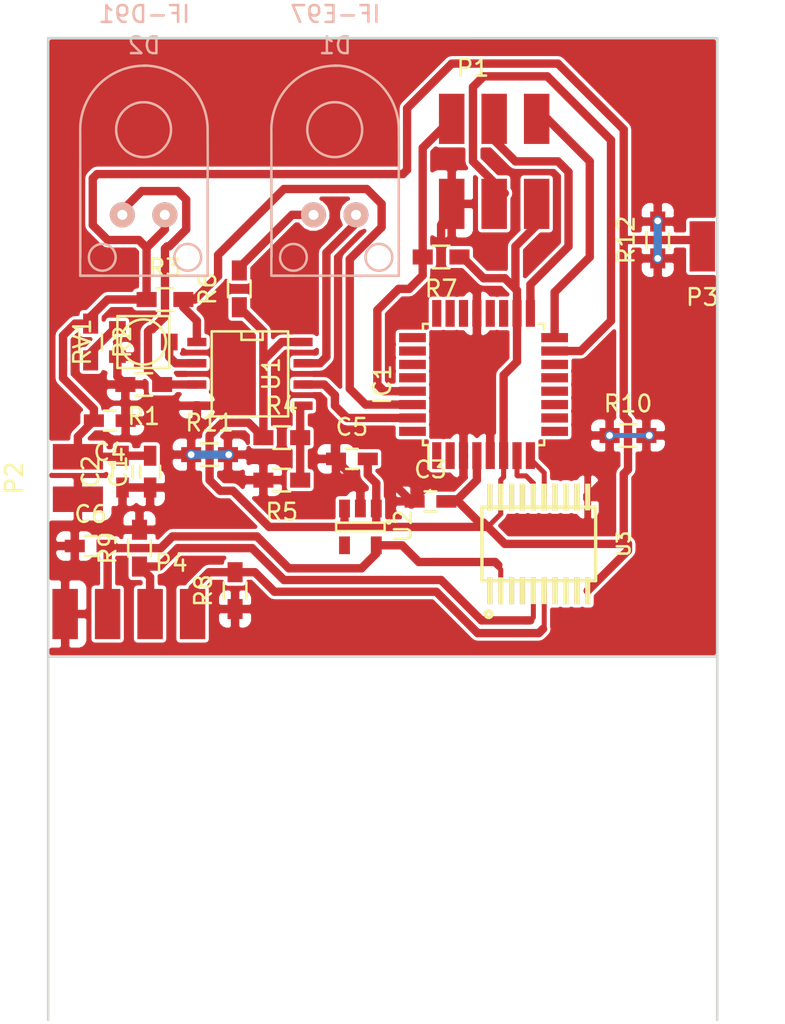
<source format=kicad_pcb>
(kicad_pcb (version 4) (host pcbnew 4.0.2-stable)

  (general
    (links 71)
    (no_connects 0)
    (area 84.379999 25.578999 124.535001 84.403001)
    (thickness 1.6)
    (drawings 6)
    (tracks 285)
    (zones 0)
    (modules 29)
    (nets 51)
  )

  (page A4)
  (layers
    (0 F.Cu signal)
    (31 B.Cu signal)
    (32 B.Adhes user)
    (33 F.Adhes user)
    (34 B.Paste user)
    (35 F.Paste user)
    (36 B.SilkS user)
    (37 F.SilkS user)
    (38 B.Mask user)
    (39 F.Mask user)
    (40 Dwgs.User user)
    (41 Cmts.User user)
    (42 Eco1.User user)
    (43 Eco2.User user)
    (44 Edge.Cuts user)
    (45 Margin user)
    (46 B.CrtYd user)
    (47 F.CrtYd user)
    (48 B.Fab user)
    (49 F.Fab user)
  )

  (setup
    (last_trace_width 0.5)
    (user_trace_width 0.3)
    (user_trace_width 0.5)
    (trace_clearance 0.2)
    (zone_clearance 0)
    (zone_45_only no)
    (trace_min 0.2)
    (segment_width 0.2)
    (edge_width 0.15)
    (via_size 0.6)
    (via_drill 0.4)
    (via_min_size 0.4)
    (via_min_drill 0.3)
    (uvia_size 0.3)
    (uvia_drill 0.1)
    (uvias_allowed no)
    (uvia_min_size 0.2)
    (uvia_min_drill 0.1)
    (pcb_text_width 0.3)
    (pcb_text_size 1.5 1.5)
    (mod_edge_width 0.15)
    (mod_text_size 1 1)
    (mod_text_width 0.15)
    (pad_size 1.5 1.5)
    (pad_drill 0.6)
    (pad_to_mask_clearance 0.2)
    (aux_axis_origin 0 0)
    (visible_elements 7FFFFFFF)
    (pcbplotparams
      (layerselection 0x00030_80000001)
      (usegerberextensions false)
      (excludeedgelayer true)
      (linewidth 0.100000)
      (plotframeref false)
      (viasonmask false)
      (mode 1)
      (useauxorigin false)
      (hpglpennumber 1)
      (hpglpenspeed 20)
      (hpglpendiameter 15)
      (hpglpenoverlay 2)
      (psnegative false)
      (psa4output false)
      (plotreference true)
      (plotvalue true)
      (plotinvisibletext false)
      (padsonsilk false)
      (subtractmaskfromsilk false)
      (outputformat 1)
      (mirror false)
      (drillshape 1)
      (scaleselection 1)
      (outputdirectory ""))
  )

  (net 0 "")
  (net 1 /GND)
  (net 2 /VCC)
  (net 3 /Vrffe)
  (net 4 "Net-(D1-Pad1)")
  (net 5 "Net-(D1-Pad2)")
  (net 6 "Net-(D2-Pad1)")
  (net 7 "Net-(IC1-Pad1)")
  (net 8 "Net-(IC1-Pad2)")
  (net 9 "Net-(IC1-Pad9)")
  (net 10 "Net-(IC1-Pad10)")
  (net 11 "Net-(IC1-Pad11)")
  (net 12 "Net-(IC1-Pad12)")
  (net 13 "Net-(IC1-Pad13)")
  (net 14 "Net-(IC1-Pad14)")
  (net 15 /ICSP_MOSI)
  (net 16 /ICSP_MISO)
  (net 17 /ICSP_SCK)
  (net 18 "Net-(IC1-Pad19)")
  (net 19 "Net-(IC1-Pad20)")
  (net 20 "Net-(IC1-Pad22)")
  (net 21 /AVR_RFFE_SDATA)
  (net 22 /AVR_RFFE_SCLK)
  (net 23 "Net-(IC1-Pad25)")
  (net 24 "Net-(IC1-Pad26)")
  (net 25 "Net-(IC1-Pad27)")
  (net 26 "Net-(IC1-Pad28)")
  (net 27 /AVR_RESET)
  (net 28 /RX)
  (net 29 /TX)
  (net 30 "Net-(IC1-Pad32)")
  (net 31 /RFFE_SCLK)
  (net 32 /RFFE_SDATA)
  (net 33 "Net-(R2-Pad2)")
  (net 34 "Net-(R4-Pad2)")
  (net 35 "Net-(RV1-Pad2)")
  (net 36 "Net-(U2-Pad4)")
  (net 37 "Net-(U3-Pad20)")
  (net 38 "Net-(U3-Pad18)")
  (net 39 "Net-(U3-Pad17)")
  (net 40 "Net-(U3-Pad14)")
  (net 41 "Net-(U3-Pad13)")
  (net 42 "Net-(U3-Pad9)")
  (net 43 "Net-(U3-Pad8)")
  (net 44 "Net-(U3-Pad7)")
  (net 45 "Net-(U3-Pad1)")
  (net 46 "Net-(U3-Pad3)")
  (net 47 "Net-(U3-Pad4)")
  (net 48 "Net-(U3-Pad12)")
  (net 49 "Net-(IC1-Pad23)")
  (net 50 "Net-(IC1-Pad24)")

  (net_class Default "This is the default net class."
    (clearance 0.2)
    (trace_width 0.25)
    (via_dia 0.6)
    (via_drill 0.4)
    (uvia_dia 0.3)
    (uvia_drill 0.1)
    (add_net /AVR_RESET)
    (add_net /AVR_RFFE_SCLK)
    (add_net /AVR_RFFE_SDATA)
    (add_net /GND)
    (add_net /ICSP_MISO)
    (add_net /ICSP_MOSI)
    (add_net /ICSP_SCK)
    (add_net /RFFE_SCLK)
    (add_net /RFFE_SDATA)
    (add_net /RX)
    (add_net /TX)
    (add_net /VCC)
    (add_net /Vrffe)
    (add_net "Net-(D1-Pad1)")
    (add_net "Net-(D1-Pad2)")
    (add_net "Net-(D2-Pad1)")
    (add_net "Net-(IC1-Pad1)")
    (add_net "Net-(IC1-Pad10)")
    (add_net "Net-(IC1-Pad11)")
    (add_net "Net-(IC1-Pad12)")
    (add_net "Net-(IC1-Pad13)")
    (add_net "Net-(IC1-Pad14)")
    (add_net "Net-(IC1-Pad19)")
    (add_net "Net-(IC1-Pad2)")
    (add_net "Net-(IC1-Pad20)")
    (add_net "Net-(IC1-Pad22)")
    (add_net "Net-(IC1-Pad23)")
    (add_net "Net-(IC1-Pad24)")
    (add_net "Net-(IC1-Pad25)")
    (add_net "Net-(IC1-Pad26)")
    (add_net "Net-(IC1-Pad27)")
    (add_net "Net-(IC1-Pad28)")
    (add_net "Net-(IC1-Pad32)")
    (add_net "Net-(IC1-Pad9)")
    (add_net "Net-(R2-Pad2)")
    (add_net "Net-(R4-Pad2)")
    (add_net "Net-(RV1-Pad2)")
    (add_net "Net-(U2-Pad4)")
    (add_net "Net-(U3-Pad1)")
    (add_net "Net-(U3-Pad12)")
    (add_net "Net-(U3-Pad13)")
    (add_net "Net-(U3-Pad14)")
    (add_net "Net-(U3-Pad17)")
    (add_net "Net-(U3-Pad18)")
    (add_net "Net-(U3-Pad20)")
    (add_net "Net-(U3-Pad3)")
    (add_net "Net-(U3-Pad4)")
    (add_net "Net-(U3-Pad7)")
    (add_net "Net-(U3-Pad8)")
    (add_net "Net-(U3-Pad9)")
  )

  (net_class Test ""
    (clearance 0.3)
    (trace_width 0.5)
    (via_dia 0.6)
    (via_drill 0.4)
    (uvia_dia 0.3)
    (uvia_drill 0.1)
  )

  (module Resistors_SMD:R_0603_HandSoldering (layer F.Cu) (tedit 5418A00F) (tstamp 57051A60)
    (at 95.631 58.674 90)
    (descr "Resistor SMD 0603, hand soldering")
    (tags "resistor 0603")
    (path /57055B6E)
    (attr smd)
    (fp_text reference R8 (at 0 -1.9 90) (layer F.SilkS)
      (effects (font (size 1 1) (thickness 0.15)))
    )
    (fp_text value R (at 0 1.9 90) (layer F.Fab)
      (effects (font (size 1 1) (thickness 0.15)))
    )
    (fp_line (start -2 -0.8) (end 2 -0.8) (layer F.CrtYd) (width 0.05))
    (fp_line (start -2 0.8) (end 2 0.8) (layer F.CrtYd) (width 0.05))
    (fp_line (start -2 -0.8) (end -2 0.8) (layer F.CrtYd) (width 0.05))
    (fp_line (start 2 -0.8) (end 2 0.8) (layer F.CrtYd) (width 0.05))
    (fp_line (start 0.5 0.675) (end -0.5 0.675) (layer F.SilkS) (width 0.15))
    (fp_line (start -0.5 -0.675) (end 0.5 -0.675) (layer F.SilkS) (width 0.15))
    (pad 1 smd rect (at -1.1 0 90) (size 1.2 0.9) (layers F.Cu F.Paste F.Mask)
      (net 1 /GND))
    (pad 2 smd rect (at 1.1 0 90) (size 1.2 0.9) (layers F.Cu F.Paste F.Mask)
      (net 31 /RFFE_SCLK))
    (model Resistors_SMD.3dshapes/R_0603_HandSoldering.wrl
      (at (xyz 0 0 0))
      (scale (xyz 1 1 1))
      (rotate (xyz 0 0 0))
    )
  )

  (module Capacitors_SMD:C_0603_HandSoldering (layer F.Cu) (tedit 541A9B4D) (tstamp 570519C5)
    (at 90.551 51.562 90)
    (descr "Capacitor SMD 0603, hand soldering")
    (tags "capacitor 0603")
    (path /5705321A)
    (attr smd)
    (fp_text reference C1 (at 0 -1.9 90) (layer F.SilkS)
      (effects (font (size 1 1) (thickness 0.15)))
    )
    (fp_text value C (at 0 1.9 90) (layer F.Fab)
      (effects (font (size 1 1) (thickness 0.15)))
    )
    (fp_line (start -1.85 -0.75) (end 1.85 -0.75) (layer F.CrtYd) (width 0.05))
    (fp_line (start -1.85 0.75) (end 1.85 0.75) (layer F.CrtYd) (width 0.05))
    (fp_line (start -1.85 -0.75) (end -1.85 0.75) (layer F.CrtYd) (width 0.05))
    (fp_line (start 1.85 -0.75) (end 1.85 0.75) (layer F.CrtYd) (width 0.05))
    (fp_line (start -0.35 -0.6) (end 0.35 -0.6) (layer F.SilkS) (width 0.15))
    (fp_line (start 0.35 0.6) (end -0.35 0.6) (layer F.SilkS) (width 0.15))
    (pad 1 smd rect (at -0.95 0 90) (size 1.2 0.75) (layers F.Cu F.Paste F.Mask)
      (net 1 /GND))
    (pad 2 smd rect (at 0.95 0 90) (size 1.2 0.75) (layers F.Cu F.Paste F.Mask)
      (net 2 /VCC))
    (model Capacitors_SMD.3dshapes/C_0603_HandSoldering.wrl
      (at (xyz 0 0 0))
      (scale (xyz 1 1 1))
      (rotate (xyz 0 0 0))
    )
  )

  (module Capacitors_SMD:C_0603_HandSoldering (layer F.Cu) (tedit 541A9B4D) (tstamp 570519CB)
    (at 88.9 51.562 90)
    (descr "Capacitor SMD 0603, hand soldering")
    (tags "capacitor 0603")
    (path /5705327C)
    (attr smd)
    (fp_text reference C2 (at 0 -1.9 90) (layer F.SilkS)
      (effects (font (size 1 1) (thickness 0.15)))
    )
    (fp_text value C (at 0 1.9 90) (layer F.Fab)
      (effects (font (size 1 1) (thickness 0.15)))
    )
    (fp_line (start -1.85 -0.75) (end 1.85 -0.75) (layer F.CrtYd) (width 0.05))
    (fp_line (start -1.85 0.75) (end 1.85 0.75) (layer F.CrtYd) (width 0.05))
    (fp_line (start -1.85 -0.75) (end -1.85 0.75) (layer F.CrtYd) (width 0.05))
    (fp_line (start 1.85 -0.75) (end 1.85 0.75) (layer F.CrtYd) (width 0.05))
    (fp_line (start -0.35 -0.6) (end 0.35 -0.6) (layer F.SilkS) (width 0.15))
    (fp_line (start 0.35 0.6) (end -0.35 0.6) (layer F.SilkS) (width 0.15))
    (pad 1 smd rect (at -0.95 0 90) (size 1.2 0.75) (layers F.Cu F.Paste F.Mask)
      (net 1 /GND))
    (pad 2 smd rect (at 0.95 0 90) (size 1.2 0.75) (layers F.Cu F.Paste F.Mask)
      (net 2 /VCC))
    (model Capacitors_SMD.3dshapes/C_0603_HandSoldering.wrl
      (at (xyz 0 0 0))
      (scale (xyz 1 1 1))
      (rotate (xyz 0 0 0))
    )
  )

  (module Capacitors_SMD:C_0603_HandSoldering (layer F.Cu) (tedit 541A9B4D) (tstamp 570519D1)
    (at 107.315 53.34)
    (descr "Capacitor SMD 0603, hand soldering")
    (tags "capacitor 0603")
    (path /570532CD)
    (attr smd)
    (fp_text reference C3 (at 0 -1.9) (layer F.SilkS)
      (effects (font (size 1 1) (thickness 0.15)))
    )
    (fp_text value C (at 0 1.9) (layer F.Fab)
      (effects (font (size 1 1) (thickness 0.15)))
    )
    (fp_line (start -1.85 -0.75) (end 1.85 -0.75) (layer F.CrtYd) (width 0.05))
    (fp_line (start -1.85 0.75) (end 1.85 0.75) (layer F.CrtYd) (width 0.05))
    (fp_line (start -1.85 -0.75) (end -1.85 0.75) (layer F.CrtYd) (width 0.05))
    (fp_line (start 1.85 -0.75) (end 1.85 0.75) (layer F.CrtYd) (width 0.05))
    (fp_line (start -0.35 -0.6) (end 0.35 -0.6) (layer F.SilkS) (width 0.15))
    (fp_line (start 0.35 0.6) (end -0.35 0.6) (layer F.SilkS) (width 0.15))
    (pad 1 smd rect (at -0.95 0) (size 1.2 0.75) (layers F.Cu F.Paste F.Mask)
      (net 1 /GND))
    (pad 2 smd rect (at 0.95 0) (size 1.2 0.75) (layers F.Cu F.Paste F.Mask)
      (net 2 /VCC))
    (model Capacitors_SMD.3dshapes/C_0603_HandSoldering.wrl
      (at (xyz 0 0 0))
      (scale (xyz 1 1 1))
      (rotate (xyz 0 0 0))
    )
  )

  (module Capacitors_SMD:C_0603_HandSoldering (layer F.Cu) (tedit 541A9B4D) (tstamp 570519D7)
    (at 88.138 48.514 180)
    (descr "Capacitor SMD 0603, hand soldering")
    (tags "capacitor 0603")
    (path /5705332F)
    (attr smd)
    (fp_text reference C4 (at 0 -1.9 180) (layer F.SilkS)
      (effects (font (size 1 1) (thickness 0.15)))
    )
    (fp_text value C (at 0 1.9 180) (layer F.Fab)
      (effects (font (size 1 1) (thickness 0.15)))
    )
    (fp_line (start -1.85 -0.75) (end 1.85 -0.75) (layer F.CrtYd) (width 0.05))
    (fp_line (start -1.85 0.75) (end 1.85 0.75) (layer F.CrtYd) (width 0.05))
    (fp_line (start -1.85 -0.75) (end -1.85 0.75) (layer F.CrtYd) (width 0.05))
    (fp_line (start 1.85 -0.75) (end 1.85 0.75) (layer F.CrtYd) (width 0.05))
    (fp_line (start -0.35 -0.6) (end 0.35 -0.6) (layer F.SilkS) (width 0.15))
    (fp_line (start 0.35 0.6) (end -0.35 0.6) (layer F.SilkS) (width 0.15))
    (pad 1 smd rect (at -0.95 0 180) (size 1.2 0.75) (layers F.Cu F.Paste F.Mask)
      (net 1 /GND))
    (pad 2 smd rect (at 0.95 0 180) (size 1.2 0.75) (layers F.Cu F.Paste F.Mask)
      (net 2 /VCC))
    (model Capacitors_SMD.3dshapes/C_0603_HandSoldering.wrl
      (at (xyz 0 0 0))
      (scale (xyz 1 1 1))
      (rotate (xyz 0 0 0))
    )
  )

  (module Capacitors_SMD:C_0603_HandSoldering (layer F.Cu) (tedit 541A9B4D) (tstamp 570519DD)
    (at 102.616 50.8)
    (descr "Capacitor SMD 0603, hand soldering")
    (tags "capacitor 0603")
    (path /57051AAA)
    (attr smd)
    (fp_text reference C5 (at 0 -1.9) (layer F.SilkS)
      (effects (font (size 1 1) (thickness 0.15)))
    )
    (fp_text value C (at 0 1.9) (layer F.Fab)
      (effects (font (size 1 1) (thickness 0.15)))
    )
    (fp_line (start -1.85 -0.75) (end 1.85 -0.75) (layer F.CrtYd) (width 0.05))
    (fp_line (start -1.85 0.75) (end 1.85 0.75) (layer F.CrtYd) (width 0.05))
    (fp_line (start -1.85 -0.75) (end -1.85 0.75) (layer F.CrtYd) (width 0.05))
    (fp_line (start 1.85 -0.75) (end 1.85 0.75) (layer F.CrtYd) (width 0.05))
    (fp_line (start -0.35 -0.6) (end 0.35 -0.6) (layer F.SilkS) (width 0.15))
    (fp_line (start 0.35 0.6) (end -0.35 0.6) (layer F.SilkS) (width 0.15))
    (pad 1 smd rect (at -0.95 0) (size 1.2 0.75) (layers F.Cu F.Paste F.Mask)
      (net 1 /GND))
    (pad 2 smd rect (at 0.95 0) (size 1.2 0.75) (layers F.Cu F.Paste F.Mask)
      (net 2 /VCC))
    (model Capacitors_SMD.3dshapes/C_0603_HandSoldering.wrl
      (at (xyz 0 0 0))
      (scale (xyz 1 1 1))
      (rotate (xyz 0 0 0))
    )
  )

  (module Capacitors_SMD:C_0603_HandSoldering (layer F.Cu) (tedit 541A9B4D) (tstamp 570519E3)
    (at 86.995 56.007)
    (descr "Capacitor SMD 0603, hand soldering")
    (tags "capacitor 0603")
    (path /57051A38)
    (attr smd)
    (fp_text reference C6 (at 0 -1.9) (layer F.SilkS)
      (effects (font (size 1 1) (thickness 0.15)))
    )
    (fp_text value C (at 0 1.9) (layer F.Fab)
      (effects (font (size 1 1) (thickness 0.15)))
    )
    (fp_line (start -1.85 -0.75) (end 1.85 -0.75) (layer F.CrtYd) (width 0.05))
    (fp_line (start -1.85 0.75) (end 1.85 0.75) (layer F.CrtYd) (width 0.05))
    (fp_line (start -1.85 -0.75) (end -1.85 0.75) (layer F.CrtYd) (width 0.05))
    (fp_line (start 1.85 -0.75) (end 1.85 0.75) (layer F.CrtYd) (width 0.05))
    (fp_line (start -0.35 -0.6) (end 0.35 -0.6) (layer F.SilkS) (width 0.15))
    (fp_line (start 0.35 0.6) (end -0.35 0.6) (layer F.SilkS) (width 0.15))
    (pad 1 smd rect (at -0.95 0) (size 1.2 0.75) (layers F.Cu F.Paste F.Mask)
      (net 1 /GND))
    (pad 2 smd rect (at 0.95 0) (size 1.2 0.75) (layers F.Cu F.Paste F.Mask)
      (net 3 /Vrffe))
    (model Capacitors_SMD.3dshapes/C_0603_HandSoldering.wrl
      (at (xyz 0 0 0))
      (scale (xyz 1 1 1))
      (rotate (xyz 0 0 0))
    )
  )

  (module hw:IF-E97 (layer B.Cu) (tedit 570641DF) (tstamp 570519E9)
    (at 101.6 31.115)
    (path /57029DC9)
    (fp_text reference D1 (at 0.02 -5.02) (layer B.SilkS)
      (effects (font (size 1 1) (thickness 0.15)) (justify mirror))
    )
    (fp_text value IF-E97 (at 0.03 -6.89) (layer B.SilkS)
      (effects (font (size 1 1) (thickness 0.15)) (justify mirror))
    )
    (fp_arc (start 0.03 0.02) (end 0.12 -3.81) (angle -90) (layer B.SilkS) (width 0.15))
    (fp_arc (start -0.01 0.01) (end 3.82 0.01) (angle -90) (layer B.SilkS) (width 0.15))
    (fp_line (start 3.83 2.4) (end 3.82 0.02) (layer B.SilkS) (width 0.15))
    (fp_circle (center -0.01 0.01) (end 0 -1.63) (layer B.SilkS) (width 0.15))
    (fp_line (start -3.79 7.63) (end -3.8 0.01) (layer B.SilkS) (width 0.15))
    (fp_line (start -3.79 8.74) (end -2.46 8.74) (layer B.SilkS) (width 0.15))
    (fp_circle (center 2.63 7.64) (end 2.63 6.84) (layer B.SilkS) (width 0.15))
    (fp_circle (center -2.48 7.64) (end -2.49 6.84) (layer B.SilkS) (width 0.15))
    (fp_line (start 3.82 2.39) (end 3.82 8.74) (layer B.SilkS) (width 0.15))
    (fp_line (start -3.8 2.39) (end -3.8 8.74) (layer B.SilkS) (width 0.15))
    (fp_line (start -3.8 8.74) (end 3.82 8.74) (layer B.SilkS) (width 0.15))
    (pad 1 thru_hole circle (at -1.28 5.1) (size 1.5 1.5) (drill 0.6) (layers *.Cu *.Mask B.SilkS)
      (net 4 "Net-(D1-Pad1)"))
    (pad 2 thru_hole circle (at 1.26 5.1) (size 1.5 1.5) (drill 0.6) (layers *.Cu *.Mask B.SilkS)
      (net 5 "Net-(D1-Pad2)"))
  )

  (module hw:IF-D91 (layer B.Cu) (tedit 570641BB) (tstamp 570519EF)
    (at 90.17 31.115)
    (path /57029E87)
    (fp_text reference D2 (at 0.02 -5.02) (layer B.SilkS)
      (effects (font (size 1 1) (thickness 0.15)) (justify mirror))
    )
    (fp_text value IF-D91 (at 0.03 -6.89) (layer B.SilkS)
      (effects (font (size 1 1) (thickness 0.15)) (justify mirror))
    )
    (fp_arc (start 0.03 0.02) (end 0.12 -3.81) (angle -90) (layer B.SilkS) (width 0.15))
    (fp_arc (start -0.01 0.01) (end 3.82 0.01) (angle -90) (layer B.SilkS) (width 0.15))
    (fp_line (start 3.83 2.4) (end 3.82 0.02) (layer B.SilkS) (width 0.15))
    (fp_circle (center -0.01 0.01) (end 0 -1.63) (layer B.SilkS) (width 0.15))
    (fp_line (start -3.79 7.63) (end -3.8 0.01) (layer B.SilkS) (width 0.15))
    (fp_line (start -3.79 8.74) (end -2.46 8.74) (layer B.SilkS) (width 0.15))
    (fp_circle (center 2.63 7.64) (end 2.63 6.84) (layer B.SilkS) (width 0.15))
    (fp_circle (center -2.48 7.64) (end -2.49 6.84) (layer B.SilkS) (width 0.15))
    (fp_line (start 3.82 2.39) (end 3.82 8.74) (layer B.SilkS) (width 0.15))
    (fp_line (start -3.8 2.39) (end -3.8 8.74) (layer B.SilkS) (width 0.15))
    (fp_line (start -3.8 8.74) (end 3.82 8.74) (layer B.SilkS) (width 0.15))
    (pad 1 thru_hole circle (at -1.28 5.1) (size 1.5 1.5) (drill 0.6) (layers *.Cu *.Mask B.SilkS)
      (net 6 "Net-(D2-Pad1)"))
    (pad 2 thru_hole circle (at 1.26 5.1) (size 1.5 1.5) (drill 0.6) (layers *.Cu *.Mask B.SilkS)
      (net 2 /VCC))
  )

  (module Housings_QFP:TQFP-32_7x7mm_Pitch0.8mm (layer F.Cu) (tedit 54130A77) (tstamp 57051A13)
    (at 110.49 46.355 90)
    (descr "32-Lead Plastic Thin Quad Flatpack (PT) - 7x7x1.0 mm Body, 2.00 mm [TQFP] (see Microchip Packaging Specification 00000049BS.pdf)")
    (tags "QFP 0.8")
    (path /5704B95B)
    (attr smd)
    (fp_text reference IC1 (at 0 -6.05 90) (layer F.SilkS)
      (effects (font (size 1 1) (thickness 0.15)))
    )
    (fp_text value ATMEGA168PA-A (at 0 6.05 90) (layer F.Fab)
      (effects (font (size 1 1) (thickness 0.15)))
    )
    (fp_line (start -5.3 -5.3) (end -5.3 5.3) (layer F.CrtYd) (width 0.05))
    (fp_line (start 5.3 -5.3) (end 5.3 5.3) (layer F.CrtYd) (width 0.05))
    (fp_line (start -5.3 -5.3) (end 5.3 -5.3) (layer F.CrtYd) (width 0.05))
    (fp_line (start -5.3 5.3) (end 5.3 5.3) (layer F.CrtYd) (width 0.05))
    (fp_line (start -3.625 -3.625) (end -3.625 -3.3) (layer F.SilkS) (width 0.15))
    (fp_line (start 3.625 -3.625) (end 3.625 -3.3) (layer F.SilkS) (width 0.15))
    (fp_line (start 3.625 3.625) (end 3.625 3.3) (layer F.SilkS) (width 0.15))
    (fp_line (start -3.625 3.625) (end -3.625 3.3) (layer F.SilkS) (width 0.15))
    (fp_line (start -3.625 -3.625) (end -3.3 -3.625) (layer F.SilkS) (width 0.15))
    (fp_line (start -3.625 3.625) (end -3.3 3.625) (layer F.SilkS) (width 0.15))
    (fp_line (start 3.625 3.625) (end 3.3 3.625) (layer F.SilkS) (width 0.15))
    (fp_line (start 3.625 -3.625) (end 3.3 -3.625) (layer F.SilkS) (width 0.15))
    (fp_line (start -3.625 -3.3) (end -5.05 -3.3) (layer F.SilkS) (width 0.15))
    (pad 1 smd rect (at -4.25 -2.8 90) (size 1.6 0.55) (layers F.Cu F.Paste F.Mask)
      (net 7 "Net-(IC1-Pad1)"))
    (pad 2 smd rect (at -4.25 -2 90) (size 1.6 0.55) (layers F.Cu F.Paste F.Mask)
      (net 8 "Net-(IC1-Pad2)"))
    (pad 3 smd rect (at -4.25 -1.2 90) (size 1.6 0.55) (layers F.Cu F.Paste F.Mask)
      (net 1 /GND))
    (pad 4 smd rect (at -4.25 -0.4 90) (size 1.6 0.55) (layers F.Cu F.Paste F.Mask)
      (net 2 /VCC))
    (pad 5 smd rect (at -4.25 0.4 90) (size 1.6 0.55) (layers F.Cu F.Paste F.Mask)
      (net 1 /GND))
    (pad 6 smd rect (at -4.25 1.2 90) (size 1.6 0.55) (layers F.Cu F.Paste F.Mask)
      (net 2 /VCC))
    (pad 7 smd rect (at -4.25 2 90) (size 1.6 0.55) (layers F.Cu F.Paste F.Mask)
      (net 21 /AVR_RFFE_SDATA))
    (pad 8 smd rect (at -4.25 2.8 90) (size 1.6 0.55) (layers F.Cu F.Paste F.Mask)
      (net 22 /AVR_RFFE_SCLK))
    (pad 9 smd rect (at -2.8 4.25 180) (size 1.6 0.55) (layers F.Cu F.Paste F.Mask)
      (net 9 "Net-(IC1-Pad9)"))
    (pad 10 smd rect (at -2 4.25 180) (size 1.6 0.55) (layers F.Cu F.Paste F.Mask)
      (net 10 "Net-(IC1-Pad10)"))
    (pad 11 smd rect (at -1.2 4.25 180) (size 1.6 0.55) (layers F.Cu F.Paste F.Mask)
      (net 11 "Net-(IC1-Pad11)"))
    (pad 12 smd rect (at -0.4 4.25 180) (size 1.6 0.55) (layers F.Cu F.Paste F.Mask)
      (net 12 "Net-(IC1-Pad12)"))
    (pad 13 smd rect (at 0.4 4.25 180) (size 1.6 0.55) (layers F.Cu F.Paste F.Mask)
      (net 13 "Net-(IC1-Pad13)"))
    (pad 14 smd rect (at 1.2 4.25 180) (size 1.6 0.55) (layers F.Cu F.Paste F.Mask)
      (net 14 "Net-(IC1-Pad14)"))
    (pad 15 smd rect (at 2 4.25 180) (size 1.6 0.55) (layers F.Cu F.Paste F.Mask)
      (net 15 /ICSP_MOSI))
    (pad 16 smd rect (at 2.8 4.25 180) (size 1.6 0.55) (layers F.Cu F.Paste F.Mask)
      (net 16 /ICSP_MISO))
    (pad 17 smd rect (at 4.25 2.8 90) (size 1.6 0.55) (layers F.Cu F.Paste F.Mask)
      (net 17 /ICSP_SCK))
    (pad 18 smd rect (at 4.25 2 90) (size 1.6 0.55) (layers F.Cu F.Paste F.Mask)
      (net 2 /VCC))
    (pad 19 smd rect (at 4.25 1.2 90) (size 1.6 0.55) (layers F.Cu F.Paste F.Mask)
      (net 18 "Net-(IC1-Pad19)"))
    (pad 20 smd rect (at 4.25 0.4 90) (size 1.6 0.55) (layers F.Cu F.Paste F.Mask)
      (net 19 "Net-(IC1-Pad20)"))
    (pad 21 smd rect (at 4.25 -0.4 90) (size 1.6 0.55) (layers F.Cu F.Paste F.Mask)
      (net 1 /GND))
    (pad 22 smd rect (at 4.25 -1.2 90) (size 1.6 0.55) (layers F.Cu F.Paste F.Mask)
      (net 20 "Net-(IC1-Pad22)"))
    (pad 23 smd rect (at 4.25 -2 90) (size 1.6 0.55) (layers F.Cu F.Paste F.Mask)
      (net 49 "Net-(IC1-Pad23)"))
    (pad 24 smd rect (at 4.25 -2.8 90) (size 1.6 0.55) (layers F.Cu F.Paste F.Mask)
      (net 50 "Net-(IC1-Pad24)"))
    (pad 25 smd rect (at 2.8 -4.25 180) (size 1.6 0.55) (layers F.Cu F.Paste F.Mask)
      (net 23 "Net-(IC1-Pad25)"))
    (pad 26 smd rect (at 2 -4.25 180) (size 1.6 0.55) (layers F.Cu F.Paste F.Mask)
      (net 24 "Net-(IC1-Pad26)"))
    (pad 27 smd rect (at 1.2 -4.25 180) (size 1.6 0.55) (layers F.Cu F.Paste F.Mask)
      (net 25 "Net-(IC1-Pad27)"))
    (pad 28 smd rect (at 0.4 -4.25 180) (size 1.6 0.55) (layers F.Cu F.Paste F.Mask)
      (net 26 "Net-(IC1-Pad28)"))
    (pad 29 smd rect (at -0.4 -4.25 180) (size 1.6 0.55) (layers F.Cu F.Paste F.Mask)
      (net 27 /AVR_RESET))
    (pad 30 smd rect (at -1.2 -4.25 180) (size 1.6 0.55) (layers F.Cu F.Paste F.Mask)
      (net 28 /RX))
    (pad 31 smd rect (at -2 -4.25 180) (size 1.6 0.55) (layers F.Cu F.Paste F.Mask)
      (net 29 /TX))
    (pad 32 smd rect (at -2.8 -4.25 180) (size 1.6 0.55) (layers F.Cu F.Paste F.Mask)
      (net 30 "Net-(IC1-Pad32)"))
    (model Housings_QFP.3dshapes/TQFP-32_7x7mm_Pitch0.8mm.wrl
      (at (xyz 0 0 0))
      (scale (xyz 1 1 1))
      (rotate (xyz 0 0 0))
    )
  )

  (module hw:CONN_01X01_SMD (layer F.Cu) (tedit 57051630) (tstamp 57051A28)
    (at 123.571 40.64)
    (path /57055043)
    (fp_text reference P3 (at 0 0.5) (layer F.SilkS)
      (effects (font (size 1 1) (thickness 0.15)))
    )
    (fp_text value CONN_01X01 (at 0 -0.5) (layer F.Fab)
      (effects (font (size 1 1) (thickness 0.15)))
    )
    (pad 1 smd rect (at 0 -2.54) (size 1.524 3) (layers F.Cu F.Paste F.Mask)
      (net 2 /VCC))
  )

  (module hw:CONN_01X04_SMD (layer F.Cu) (tedit 5705151A) (tstamp 57051A30)
    (at 91.821 57.531 180)
    (path /5705755A)
    (fp_text reference P4 (at 0 0.5 180) (layer F.SilkS)
      (effects (font (size 1 1) (thickness 0.15)))
    )
    (fp_text value CONN_01X04 (at 0 -0.5 180) (layer F.Fab)
      (effects (font (size 1 1) (thickness 0.15)))
    )
    (pad 1 smd rect (at -1.27 -2.54 180) (size 1.524 3) (layers F.Cu F.Paste F.Mask)
      (net 31 /RFFE_SCLK))
    (pad 2 smd rect (at 1.27 -2.54 180) (size 1.524 3) (layers F.Cu F.Paste F.Mask)
      (net 32 /RFFE_SDATA))
    (pad 3 smd rect (at 3.81 -2.54 180) (size 1.524 3) (layers F.Cu F.Paste F.Mask)
      (net 3 /Vrffe))
    (pad 4 smd rect (at 6.35 -2.54 180) (size 1.524 3) (layers F.Cu F.Paste F.Mask)
      (net 1 /GND))
  )

  (module Resistors_SMD:R_0603_HandSoldering (layer F.Cu) (tedit 5418A00F) (tstamp 57051A36)
    (at 90.17 46.355 180)
    (descr "Resistor SMD 0603, hand soldering")
    (tags "resistor 0603")
    (path /57025223)
    (attr smd)
    (fp_text reference R1 (at 0 -1.9 180) (layer F.SilkS)
      (effects (font (size 1 1) (thickness 0.15)))
    )
    (fp_text value 100k (at 0 1.9 180) (layer F.Fab)
      (effects (font (size 1 1) (thickness 0.15)))
    )
    (fp_line (start -2 -0.8) (end 2 -0.8) (layer F.CrtYd) (width 0.05))
    (fp_line (start -2 0.8) (end 2 0.8) (layer F.CrtYd) (width 0.05))
    (fp_line (start -2 -0.8) (end -2 0.8) (layer F.CrtYd) (width 0.05))
    (fp_line (start 2 -0.8) (end 2 0.8) (layer F.CrtYd) (width 0.05))
    (fp_line (start 0.5 0.675) (end -0.5 0.675) (layer F.SilkS) (width 0.15))
    (fp_line (start -0.5 -0.675) (end 0.5 -0.675) (layer F.SilkS) (width 0.15))
    (pad 1 smd rect (at -1.1 0 180) (size 1.2 0.9) (layers F.Cu F.Paste F.Mask)
      (net 6 "Net-(D2-Pad1)"))
    (pad 2 smd rect (at 1.1 0 180) (size 1.2 0.9) (layers F.Cu F.Paste F.Mask)
      (net 1 /GND))
    (model Resistors_SMD.3dshapes/R_0603_HandSoldering.wrl
      (at (xyz 0 0 0))
      (scale (xyz 1 1 1))
      (rotate (xyz 0 0 0))
    )
  )

  (module Resistors_SMD:R_0603_HandSoldering (layer F.Cu) (tedit 5418A00F) (tstamp 57051A3C)
    (at 86.995 43.815 270)
    (descr "Resistor SMD 0603, hand soldering")
    (tags "resistor 0603")
    (path /57025332)
    (attr smd)
    (fp_text reference R2 (at 0 -1.9 270) (layer F.SilkS)
      (effects (font (size 1 1) (thickness 0.15)))
    )
    (fp_text value 47k (at 0 1.9 270) (layer F.Fab)
      (effects (font (size 1 1) (thickness 0.15)))
    )
    (fp_line (start -2 -0.8) (end 2 -0.8) (layer F.CrtYd) (width 0.05))
    (fp_line (start -2 0.8) (end 2 0.8) (layer F.CrtYd) (width 0.05))
    (fp_line (start -2 -0.8) (end -2 0.8) (layer F.CrtYd) (width 0.05))
    (fp_line (start 2 -0.8) (end 2 0.8) (layer F.CrtYd) (width 0.05))
    (fp_line (start 0.5 0.675) (end -0.5 0.675) (layer F.SilkS) (width 0.15))
    (fp_line (start -0.5 -0.675) (end 0.5 -0.675) (layer F.SilkS) (width 0.15))
    (pad 1 smd rect (at -1.1 0 270) (size 1.2 0.9) (layers F.Cu F.Paste F.Mask)
      (net 2 /VCC))
    (pad 2 smd rect (at 1.1 0 270) (size 1.2 0.9) (layers F.Cu F.Paste F.Mask)
      (net 33 "Net-(R2-Pad2)"))
    (model Resistors_SMD.3dshapes/R_0603_HandSoldering.wrl
      (at (xyz 0 0 0))
      (scale (xyz 1 1 1))
      (rotate (xyz 0 0 0))
    )
  )

  (module Resistors_SMD:R_0603_HandSoldering (layer F.Cu) (tedit 5418A00F) (tstamp 57051A42)
    (at 91.44 41.275)
    (descr "Resistor SMD 0603, hand soldering")
    (tags "resistor 0603")
    (path /5702575B)
    (attr smd)
    (fp_text reference R3 (at 0 -1.9) (layer F.SilkS)
      (effects (font (size 1 1) (thickness 0.15)))
    )
    (fp_text value 1k (at 0 1.9) (layer F.Fab)
      (effects (font (size 1 1) (thickness 0.15)))
    )
    (fp_line (start -2 -0.8) (end 2 -0.8) (layer F.CrtYd) (width 0.05))
    (fp_line (start -2 0.8) (end 2 0.8) (layer F.CrtYd) (width 0.05))
    (fp_line (start -2 -0.8) (end -2 0.8) (layer F.CrtYd) (width 0.05))
    (fp_line (start 2 -0.8) (end 2 0.8) (layer F.CrtYd) (width 0.05))
    (fp_line (start 0.5 0.675) (end -0.5 0.675) (layer F.SilkS) (width 0.15))
    (fp_line (start -0.5 -0.675) (end 0.5 -0.675) (layer F.SilkS) (width 0.15))
    (pad 1 smd rect (at -1.1 0) (size 1.2 0.9) (layers F.Cu F.Paste F.Mask)
      (net 2 /VCC))
    (pad 2 smd rect (at 1.1 0) (size 1.2 0.9) (layers F.Cu F.Paste F.Mask)
      (net 28 /RX))
    (model Resistors_SMD.3dshapes/R_0603_HandSoldering.wrl
      (at (xyz 0 0 0))
      (scale (xyz 1 1 1))
      (rotate (xyz 0 0 0))
    )
  )

  (module Resistors_SMD:R_0603_HandSoldering (layer F.Cu) (tedit 5418A00F) (tstamp 57051A48)
    (at 98.425 49.53)
    (descr "Resistor SMD 0603, hand soldering")
    (tags "resistor 0603")
    (path /57025951)
    (attr smd)
    (fp_text reference R4 (at 0 -1.9) (layer F.SilkS)
      (effects (font (size 1 1) (thickness 0.15)))
    )
    (fp_text value 4k7 (at 0 1.9) (layer F.Fab)
      (effects (font (size 1 1) (thickness 0.15)))
    )
    (fp_line (start -2 -0.8) (end 2 -0.8) (layer F.CrtYd) (width 0.05))
    (fp_line (start -2 0.8) (end 2 0.8) (layer F.CrtYd) (width 0.05))
    (fp_line (start -2 -0.8) (end -2 0.8) (layer F.CrtYd) (width 0.05))
    (fp_line (start 2 -0.8) (end 2 0.8) (layer F.CrtYd) (width 0.05))
    (fp_line (start 0.5 0.675) (end -0.5 0.675) (layer F.SilkS) (width 0.15))
    (fp_line (start -0.5 -0.675) (end 0.5 -0.675) (layer F.SilkS) (width 0.15))
    (pad 1 smd rect (at -1.1 0) (size 1.2 0.9) (layers F.Cu F.Paste F.Mask)
      (net 2 /VCC))
    (pad 2 smd rect (at 1.1 0) (size 1.2 0.9) (layers F.Cu F.Paste F.Mask)
      (net 34 "Net-(R4-Pad2)"))
    (model Resistors_SMD.3dshapes/R_0603_HandSoldering.wrl
      (at (xyz 0 0 0))
      (scale (xyz 1 1 1))
      (rotate (xyz 0 0 0))
    )
  )

  (module Resistors_SMD:R_0603_HandSoldering (layer F.Cu) (tedit 5418A00F) (tstamp 57051A4E)
    (at 98.425 52.07 180)
    (descr "Resistor SMD 0603, hand soldering")
    (tags "resistor 0603")
    (path /570259EE)
    (attr smd)
    (fp_text reference R5 (at 0 -1.9 180) (layer F.SilkS)
      (effects (font (size 1 1) (thickness 0.15)))
    )
    (fp_text value 4k7 (at 0 1.9 180) (layer F.Fab)
      (effects (font (size 1 1) (thickness 0.15)))
    )
    (fp_line (start -2 -0.8) (end 2 -0.8) (layer F.CrtYd) (width 0.05))
    (fp_line (start -2 0.8) (end 2 0.8) (layer F.CrtYd) (width 0.05))
    (fp_line (start -2 -0.8) (end -2 0.8) (layer F.CrtYd) (width 0.05))
    (fp_line (start 2 -0.8) (end 2 0.8) (layer F.CrtYd) (width 0.05))
    (fp_line (start 0.5 0.675) (end -0.5 0.675) (layer F.SilkS) (width 0.15))
    (fp_line (start -0.5 -0.675) (end 0.5 -0.675) (layer F.SilkS) (width 0.15))
    (pad 1 smd rect (at -1.1 0 180) (size 1.2 0.9) (layers F.Cu F.Paste F.Mask)
      (net 34 "Net-(R4-Pad2)"))
    (pad 2 smd rect (at 1.1 0 180) (size 1.2 0.9) (layers F.Cu F.Paste F.Mask)
      (net 1 /GND))
    (model Resistors_SMD.3dshapes/R_0603_HandSoldering.wrl
      (at (xyz 0 0 0))
      (scale (xyz 1 1 1))
      (rotate (xyz 0 0 0))
    )
  )

  (module Resistors_SMD:R_0603_HandSoldering (layer F.Cu) (tedit 5418A00F) (tstamp 57051A54)
    (at 95.885 40.64 90)
    (descr "Resistor SMD 0603, hand soldering")
    (tags "resistor 0603")
    (path /57025B06)
    (attr smd)
    (fp_text reference R6 (at 0 -1.9 90) (layer F.SilkS)
      (effects (font (size 1 1) (thickness 0.15)))
    )
    (fp_text value 100 (at 0 1.9 90) (layer F.Fab)
      (effects (font (size 1 1) (thickness 0.15)))
    )
    (fp_line (start -2 -0.8) (end 2 -0.8) (layer F.CrtYd) (width 0.05))
    (fp_line (start -2 0.8) (end 2 0.8) (layer F.CrtYd) (width 0.05))
    (fp_line (start -2 -0.8) (end -2 0.8) (layer F.CrtYd) (width 0.05))
    (fp_line (start 2 -0.8) (end 2 0.8) (layer F.CrtYd) (width 0.05))
    (fp_line (start 0.5 0.675) (end -0.5 0.675) (layer F.SilkS) (width 0.15))
    (fp_line (start -0.5 -0.675) (end 0.5 -0.675) (layer F.SilkS) (width 0.15))
    (pad 1 smd rect (at -1.1 0 90) (size 1.2 0.9) (layers F.Cu F.Paste F.Mask)
      (net 2 /VCC))
    (pad 2 smd rect (at 1.1 0 90) (size 1.2 0.9) (layers F.Cu F.Paste F.Mask)
      (net 4 "Net-(D1-Pad1)"))
    (model Resistors_SMD.3dshapes/R_0603_HandSoldering.wrl
      (at (xyz 0 0 0))
      (scale (xyz 1 1 1))
      (rotate (xyz 0 0 0))
    )
  )

  (module Resistors_SMD:R_0603_HandSoldering (layer F.Cu) (tedit 5418A00F) (tstamp 57051A5A)
    (at 107.95 38.735 180)
    (descr "Resistor SMD 0603, hand soldering")
    (tags "resistor 0603")
    (path /57052AAB)
    (attr smd)
    (fp_text reference R7 (at 0 -1.9 180) (layer F.SilkS)
      (effects (font (size 1 1) (thickness 0.15)))
    )
    (fp_text value 100k (at 0 1.9 180) (layer F.Fab)
      (effects (font (size 1 1) (thickness 0.15)))
    )
    (fp_line (start -2 -0.8) (end 2 -0.8) (layer F.CrtYd) (width 0.05))
    (fp_line (start -2 0.8) (end 2 0.8) (layer F.CrtYd) (width 0.05))
    (fp_line (start -2 -0.8) (end -2 0.8) (layer F.CrtYd) (width 0.05))
    (fp_line (start 2 -0.8) (end 2 0.8) (layer F.CrtYd) (width 0.05))
    (fp_line (start 0.5 0.675) (end -0.5 0.675) (layer F.SilkS) (width 0.15))
    (fp_line (start -0.5 -0.675) (end 0.5 -0.675) (layer F.SilkS) (width 0.15))
    (pad 1 smd rect (at -1.1 0 180) (size 1.2 0.9) (layers F.Cu F.Paste F.Mask)
      (net 2 /VCC))
    (pad 2 smd rect (at 1.1 0 180) (size 1.2 0.9) (layers F.Cu F.Paste F.Mask)
      (net 27 /AVR_RESET))
    (model Resistors_SMD.3dshapes/R_0603_HandSoldering.wrl
      (at (xyz 0 0 0))
      (scale (xyz 1 1 1))
      (rotate (xyz 0 0 0))
    )
  )

  (module Resistors_SMD:R_0603_HandSoldering (layer F.Cu) (tedit 5418A00F) (tstamp 57051A66)
    (at 89.916 56.134 90)
    (descr "Resistor SMD 0603, hand soldering")
    (tags "resistor 0603")
    (path /57055BE0)
    (attr smd)
    (fp_text reference R9 (at 0 -1.9 90) (layer F.SilkS)
      (effects (font (size 1 1) (thickness 0.15)))
    )
    (fp_text value R (at 0 1.9 90) (layer F.Fab)
      (effects (font (size 1 1) (thickness 0.15)))
    )
    (fp_line (start -2 -0.8) (end 2 -0.8) (layer F.CrtYd) (width 0.05))
    (fp_line (start -2 0.8) (end 2 0.8) (layer F.CrtYd) (width 0.05))
    (fp_line (start -2 -0.8) (end -2 0.8) (layer F.CrtYd) (width 0.05))
    (fp_line (start 2 -0.8) (end 2 0.8) (layer F.CrtYd) (width 0.05))
    (fp_line (start 0.5 0.675) (end -0.5 0.675) (layer F.SilkS) (width 0.15))
    (fp_line (start -0.5 -0.675) (end 0.5 -0.675) (layer F.SilkS) (width 0.15))
    (pad 1 smd rect (at -1.1 0 90) (size 1.2 0.9) (layers F.Cu F.Paste F.Mask)
      (net 32 /RFFE_SDATA))
    (pad 2 smd rect (at 1.1 0 90) (size 1.2 0.9) (layers F.Cu F.Paste F.Mask)
      (net 1 /GND))
    (model Resistors_SMD.3dshapes/R_0603_HandSoldering.wrl
      (at (xyz 0 0 0))
      (scale (xyz 1 1 1))
      (rotate (xyz 0 0 0))
    )
  )

  (module hw:smd_murrata_trimmer_pvz3a (layer F.Cu) (tedit 570268B8) (tstamp 57051A6D)
    (at 86.995 43.815 270)
    (path /570253FB)
    (fp_text reference RV1 (at 0 0.5 270) (layer F.SilkS)
      (effects (font (size 1 1) (thickness 0.15)))
    )
    (fp_text value 10k (at 0 -0.5 270) (layer F.Fab)
      (effects (font (size 1 1) (thickness 0.15)))
    )
    (fp_circle (center 0 -3.15) (end -0.05 -1.8) (layer F.SilkS) (width 0.15))
    (fp_line (start -1.55 -1.6) (end 1.55 -1.6) (layer F.SilkS) (width 0.15))
    (fp_line (start 1.55 -1.6) (end 1.55 -4.7) (layer F.SilkS) (width 0.15))
    (fp_line (start 1.55 -4.7) (end -1.55 -4.7) (layer F.SilkS) (width 0.15))
    (fp_line (start -1.55 -4.7) (end -1.55 -1.6) (layer F.SilkS) (width 0.15))
    (pad 1 smd rect (at -0.875 -1.6 270) (size 0.75 1) (layers F.Cu F.Paste F.Mask)
      (net 33 "Net-(R2-Pad2)"))
    (pad 3 smd rect (at 0.875 -1.6 270) (size 0.75 1) (layers F.Cu F.Paste F.Mask)
      (net 1 /GND))
    (pad 2 smd rect (at 0 -4.7 270) (size 1 1) (layers F.Cu F.Paste F.Mask)
      (net 35 "Net-(RV1-Pad2)"))
  )

  (module SMD_Packages:SOIC-8-N (layer F.Cu) (tedit 0) (tstamp 57051A79)
    (at 96.52 45.72 270)
    (descr "Module Narrow CMS SOJ 8 pins large")
    (tags "CMS SOJ")
    (path /57025466)
    (attr smd)
    (fp_text reference U1 (at 0 -1.27 270) (layer F.SilkS)
      (effects (font (size 1 1) (thickness 0.15)))
    )
    (fp_text value LM393 (at 0 1.27 270) (layer F.Fab)
      (effects (font (size 1 1) (thickness 0.15)))
    )
    (fp_line (start -2.54 -2.286) (end 2.54 -2.286) (layer F.SilkS) (width 0.15))
    (fp_line (start 2.54 -2.286) (end 2.54 2.286) (layer F.SilkS) (width 0.15))
    (fp_line (start 2.54 2.286) (end -2.54 2.286) (layer F.SilkS) (width 0.15))
    (fp_line (start -2.54 2.286) (end -2.54 -2.286) (layer F.SilkS) (width 0.15))
    (fp_line (start -2.54 -0.762) (end -2.032 -0.762) (layer F.SilkS) (width 0.15))
    (fp_line (start -2.032 -0.762) (end -2.032 0.508) (layer F.SilkS) (width 0.15))
    (fp_line (start -2.032 0.508) (end -2.54 0.508) (layer F.SilkS) (width 0.15))
    (pad 8 smd rect (at -1.905 -3.175 270) (size 0.508 1.143) (layers F.Cu F.Paste F.Mask)
      (net 2 /VCC))
    (pad 7 smd rect (at -0.635 -3.175 270) (size 0.508 1.143) (layers F.Cu F.Paste F.Mask)
      (net 5 "Net-(D1-Pad2)"))
    (pad 6 smd rect (at 0.635 -3.175 270) (size 0.508 1.143) (layers F.Cu F.Paste F.Mask)
      (net 29 /TX))
    (pad 5 smd rect (at 1.905 -3.175 270) (size 0.508 1.143) (layers F.Cu F.Paste F.Mask)
      (net 34 "Net-(R4-Pad2)"))
    (pad 4 smd rect (at 1.905 3.175 270) (size 0.508 1.143) (layers F.Cu F.Paste F.Mask)
      (net 1 /GND))
    (pad 3 smd rect (at 0.635 3.175 270) (size 0.508 1.143) (layers F.Cu F.Paste F.Mask)
      (net 6 "Net-(D2-Pad1)"))
    (pad 2 smd rect (at -0.635 3.175 270) (size 0.508 1.143) (layers F.Cu F.Paste F.Mask)
      (net 35 "Net-(RV1-Pad2)"))
    (pad 1 smd rect (at -1.905 3.175 270) (size 0.508 1.143) (layers F.Cu F.Paste F.Mask)
      (net 28 /RX))
    (model SMD_Packages.3dshapes/SOIC-8-N.wrl
      (at (xyz 0 0 0))
      (scale (xyz 0.5 0.38 0.5))
      (rotate (xyz 0 0 0))
    )
  )

  (module TO_SOT_Packages_SMD:SOT-23-5 (layer F.Cu) (tedit 55360473) (tstamp 57051A82)
    (at 103.124 54.864 270)
    (descr "5-pin SOT23 package")
    (tags SOT-23-5)
    (path /570513A1)
    (attr smd)
    (fp_text reference U2 (at -0.05 -2.55 270) (layer F.SilkS)
      (effects (font (size 1 1) (thickness 0.15)))
    )
    (fp_text value LP3984 (at -0.05 2.35 270) (layer F.Fab)
      (effects (font (size 1 1) (thickness 0.15)))
    )
    (fp_line (start -1.8 -1.6) (end 1.8 -1.6) (layer F.CrtYd) (width 0.05))
    (fp_line (start 1.8 -1.6) (end 1.8 1.6) (layer F.CrtYd) (width 0.05))
    (fp_line (start 1.8 1.6) (end -1.8 1.6) (layer F.CrtYd) (width 0.05))
    (fp_line (start -1.8 1.6) (end -1.8 -1.6) (layer F.CrtYd) (width 0.05))
    (fp_circle (center -0.3 -1.7) (end -0.2 -1.7) (layer F.SilkS) (width 0.15))
    (fp_line (start 0.25 -1.45) (end -0.25 -1.45) (layer F.SilkS) (width 0.15))
    (fp_line (start 0.25 1.45) (end 0.25 -1.45) (layer F.SilkS) (width 0.15))
    (fp_line (start -0.25 1.45) (end 0.25 1.45) (layer F.SilkS) (width 0.15))
    (fp_line (start -0.25 -1.45) (end -0.25 1.45) (layer F.SilkS) (width 0.15))
    (pad 1 smd rect (at -1.1 -0.95 270) (size 1.06 0.65) (layers F.Cu F.Paste F.Mask)
      (net 2 /VCC))
    (pad 2 smd rect (at -1.1 0 270) (size 1.06 0.65) (layers F.Cu F.Paste F.Mask)
      (net 1 /GND))
    (pad 3 smd rect (at -1.1 0.95 270) (size 1.06 0.65) (layers F.Cu F.Paste F.Mask)
      (net 2 /VCC))
    (pad 4 smd rect (at 1.1 0.95 270) (size 1.06 0.65) (layers F.Cu F.Paste F.Mask)
      (net 36 "Net-(U2-Pad4)"))
    (pad 5 smd rect (at 1.1 -0.95 270) (size 1.06 0.65) (layers F.Cu F.Paste F.Mask)
      (net 3 /Vrffe))
    (model TO_SOT_Packages_SMD.3dshapes/SOT-23-5.wrl
      (at (xyz 0 0 0))
      (scale (xyz 1 1 1))
      (rotate (xyz 0 0 0))
    )
  )

  (module hw:TSSOP20 (layer F.Cu) (tedit 0) (tstamp 57051A9A)
    (at 113.792 55.88 90)
    (path /5704E7CA)
    (solder_mask_margin 0.0762)
    (solder_paste_margin -0.0254)
    (attr smd)
    (fp_text reference U3 (at 0 5.08 90) (layer F.SilkS)
      (effects (font (size 0.762 0.762) (thickness 0.1524)))
    )
    (fp_text value ADG3300 (at 0 0 90) (layer F.SilkS) hide
      (effects (font (size 0.762 0.762) (thickness 0.1524)))
    )
    (fp_circle (center -4.2 -3) (end -4 -3) (layer F.SilkS) (width 0.2032))
    (fp_line (start -2.2 -3.4) (end -2.2 3.4) (layer F.SilkS) (width 0.2032))
    (fp_line (start -2.2 3.4) (end 2.2 3.4) (layer F.SilkS) (width 0.2032))
    (fp_line (start 2.2 3.4) (end 2.2 -3.4) (layer F.SilkS) (width 0.2032))
    (fp_line (start 2.2 -3.4) (end -2.2 -3.4) (layer F.SilkS) (width 0.2032))
    (pad 19 smd rect (at 2.8 -2.275 90) (size 1.6 0.3) (layers F.Cu F.Paste F.SilkS F.Mask)
      (net 2 /VCC))
    (pad 20 smd rect (at 2.8 -2.925 90) (size 1.6 0.3) (layers F.Cu F.Paste F.SilkS F.Mask)
      (net 37 "Net-(U3-Pad20)"))
    (pad 18 smd rect (at 2.8 -1.625 90) (size 1.6 0.3) (layers F.Cu F.Paste F.SilkS F.Mask)
      (net 38 "Net-(U3-Pad18)"))
    (pad 17 smd rect (at 2.8 -0.975 90) (size 1.6 0.3) (layers F.Cu F.Paste F.SilkS F.Mask)
      (net 39 "Net-(U3-Pad17)"))
    (pad 16 smd rect (at 2.8 -0.325 90) (size 1.6 0.3) (layers F.Cu F.Paste F.SilkS F.Mask)
      (net 21 /AVR_RFFE_SDATA))
    (pad 15 smd rect (at 2.8 0.325 90) (size 1.6 0.3) (layers F.Cu F.Paste F.SilkS F.Mask)
      (net 22 /AVR_RFFE_SCLK))
    (pad 14 smd rect (at 2.8 0.975 90) (size 1.6 0.3) (layers F.Cu F.Paste F.SilkS F.Mask)
      (net 40 "Net-(U3-Pad14)"))
    (pad 13 smd rect (at 2.8 1.625 90) (size 1.6 0.3) (layers F.Cu F.Paste F.SilkS F.Mask)
      (net 41 "Net-(U3-Pad13)"))
    (pad 10 smd rect (at -2.8 2.925 90) (size 1.6 0.3) (layers F.Cu F.Paste F.SilkS F.Mask)
      (net 2 /VCC))
    (pad 9 smd rect (at -2.8 2.275 90) (size 1.6 0.3) (layers F.Cu F.Paste F.SilkS F.Mask)
      (net 42 "Net-(U3-Pad9)"))
    (pad 8 smd rect (at -2.8 1.625 90) (size 1.6 0.3) (layers F.Cu F.Paste F.SilkS F.Mask)
      (net 43 "Net-(U3-Pad8)"))
    (pad 7 smd rect (at -2.8 0.975 90) (size 1.6 0.3) (layers F.Cu F.Paste F.SilkS F.Mask)
      (net 44 "Net-(U3-Pad7)"))
    (pad 1 smd rect (at -2.8 -2.925 90) (size 1.6 0.3) (layers F.Cu F.Paste F.SilkS F.Mask)
      (net 45 "Net-(U3-Pad1)"))
    (pad 2 smd rect (at -2.8 -2.275 90) (size 1.6 0.3) (layers F.Cu F.Paste F.SilkS F.Mask)
      (net 3 /Vrffe))
    (pad 3 smd rect (at -2.8 -1.625 90) (size 1.6 0.3) (layers F.Cu F.Paste F.SilkS F.Mask)
      (net 46 "Net-(U3-Pad3)"))
    (pad 4 smd rect (at -2.8 -0.975 90) (size 1.6 0.3) (layers F.Cu F.Paste F.SilkS F.Mask)
      (net 47 "Net-(U3-Pad4)"))
    (pad 5 smd rect (at -2.8 -0.325 90) (size 1.6 0.3) (layers F.Cu F.Paste F.SilkS F.Mask)
      (net 32 /RFFE_SDATA))
    (pad 6 smd rect (at -2.8 0.325 90) (size 1.6 0.3) (layers F.Cu F.Paste F.SilkS F.Mask)
      (net 31 /RFFE_SCLK))
    (pad 12 smd rect (at 2.8 2.275 90) (size 1.6 0.3) (layers F.Cu F.Paste F.SilkS F.Mask)
      (net 48 "Net-(U3-Pad12)"))
    (pad 11 smd rect (at 2.8 2.925 90) (size 1.6 0.3) (layers F.Cu F.Paste F.SilkS F.Mask)
      (net 1 /GND))
  )

  (module hw:CONN_02X03_SMD (layer F.Cu) (tedit 57051602) (tstamp 57052861)
    (at 109.855 27.94 180)
    (path /5704F701)
    (fp_text reference P1 (at 0 0.5 180) (layer F.SilkS)
      (effects (font (size 1 1) (thickness 0.15)))
    )
    (fp_text value CONN_02X03 (at 0 -0.5 180) (layer F.Fab)
      (effects (font (size 1 1) (thickness 0.15)))
    )
    (pad 1 smd rect (at -3.81 -2.54 180) (size 1.524 3) (layers F.Cu F.Paste F.Mask)
      (net 16 /ICSP_MISO))
    (pad 2 smd rect (at -3.81 -7.62 180) (size 1.524 3) (layers F.Cu F.Paste F.Mask)
      (net 2 /VCC))
    (pad 3 smd rect (at -1.27 -2.54 180) (size 1.524 3) (layers F.Cu F.Paste F.Mask)
      (net 17 /ICSP_SCK))
    (pad 4 smd rect (at -1.27 -7.62 180) (size 1.524 3) (layers F.Cu F.Paste F.Mask)
      (net 15 /ICSP_MOSI))
    (pad 5 smd rect (at 1.27 -2.54 180) (size 1.524 3) (layers F.Cu F.Paste F.Mask)
      (net 27 /AVR_RESET))
    (pad 6 smd rect (at 1.27 -7.62 180) (size 1.524 3) (layers F.Cu F.Paste F.Mask)
      (net 1 /GND))
  )

  (module Resistors_SMD:R_0603_HandSoldering (layer F.Cu) (tedit 5418A00F) (tstamp 57053936)
    (at 119.126 49.403)
    (descr "Resistor SMD 0603, hand soldering")
    (tags "resistor 0603")
    (path /57058461)
    (attr smd)
    (fp_text reference R10 (at 0 -1.9) (layer F.SilkS)
      (effects (font (size 1 1) (thickness 0.15)))
    )
    (fp_text value R (at 0 1.9) (layer F.Fab)
      (effects (font (size 1 1) (thickness 0.15)))
    )
    (fp_line (start -2 -0.8) (end 2 -0.8) (layer F.CrtYd) (width 0.05))
    (fp_line (start -2 0.8) (end 2 0.8) (layer F.CrtYd) (width 0.05))
    (fp_line (start -2 -0.8) (end -2 0.8) (layer F.CrtYd) (width 0.05))
    (fp_line (start 2 -0.8) (end 2 0.8) (layer F.CrtYd) (width 0.05))
    (fp_line (start 0.5 0.675) (end -0.5 0.675) (layer F.SilkS) (width 0.15))
    (fp_line (start -0.5 -0.675) (end 0.5 -0.675) (layer F.SilkS) (width 0.15))
    (pad 1 smd rect (at -1.1 0) (size 1.2 0.9) (layers F.Cu F.Paste F.Mask)
      (net 1 /GND))
    (pad 2 smd rect (at 1.1 0) (size 1.2 0.9) (layers F.Cu F.Paste F.Mask)
      (net 1 /GND))
    (model Resistors_SMD.3dshapes/R_0603_HandSoldering.wrl
      (at (xyz 0 0 0))
      (scale (xyz 1 1 1))
      (rotate (xyz 0 0 0))
    )
  )

  (module Resistors_SMD:R_0603_HandSoldering (layer F.Cu) (tedit 5418A00F) (tstamp 5705393C)
    (at 94.107 50.546)
    (descr "Resistor SMD 0603, hand soldering")
    (tags "resistor 0603")
    (path /570584AE)
    (attr smd)
    (fp_text reference R11 (at 0 -1.9) (layer F.SilkS)
      (effects (font (size 1 1) (thickness 0.15)))
    )
    (fp_text value R (at 0 1.9) (layer F.Fab)
      (effects (font (size 1 1) (thickness 0.15)))
    )
    (fp_line (start -2 -0.8) (end 2 -0.8) (layer F.CrtYd) (width 0.05))
    (fp_line (start -2 0.8) (end 2 0.8) (layer F.CrtYd) (width 0.05))
    (fp_line (start -2 -0.8) (end -2 0.8) (layer F.CrtYd) (width 0.05))
    (fp_line (start 2 -0.8) (end 2 0.8) (layer F.CrtYd) (width 0.05))
    (fp_line (start 0.5 0.675) (end -0.5 0.675) (layer F.SilkS) (width 0.15))
    (fp_line (start -0.5 -0.675) (end 0.5 -0.675) (layer F.SilkS) (width 0.15))
    (pad 1 smd rect (at -1.1 0) (size 1.2 0.9) (layers F.Cu F.Paste F.Mask)
      (net 1 /GND))
    (pad 2 smd rect (at 1.1 0) (size 1.2 0.9) (layers F.Cu F.Paste F.Mask)
      (net 1 /GND))
    (model Resistors_SMD.3dshapes/R_0603_HandSoldering.wrl
      (at (xyz 0 0 0))
      (scale (xyz 1 1 1))
      (rotate (xyz 0 0 0))
    )
  )

  (module antenna_side:Batt (layer F.Cu) (tedit 57064551) (tstamp 57064685)
    (at 83.693 51.943 270)
    (path /57058EE6)
    (fp_text reference P2 (at 0 1.27 270) (layer F.SilkS)
      (effects (font (size 1 1) (thickness 0.15)))
    )
    (fp_text value Battery (at 0 0 270) (layer F.Fab)
      (effects (font (size 1 1) (thickness 0.15)))
    )
    (pad 1 smd rect (at -1.27 -2.54 270) (size 1.524 3) (layers F.Cu F.Paste F.Mask)
      (net 2 /VCC))
    (pad 2 smd rect (at 1.27 -2.54 270) (size 1.524 3) (layers F.Cu F.Paste F.Mask)
      (net 1 /GND))
  )

  (module Resistors_SMD:R_0603_HandSoldering (layer F.Cu) (tedit 5418A00F) (tstamp 57064CC2)
    (at 120.904 37.719 90)
    (descr "Resistor SMD 0603, hand soldering")
    (tags "resistor 0603")
    (path /57065C86)
    (attr smd)
    (fp_text reference R12 (at 0 -1.9 90) (layer F.SilkS)
      (effects (font (size 1 1) (thickness 0.15)))
    )
    (fp_text value R (at 0 1.9 90) (layer F.Fab)
      (effects (font (size 1 1) (thickness 0.15)))
    )
    (fp_line (start -2 -0.8) (end 2 -0.8) (layer F.CrtYd) (width 0.05))
    (fp_line (start -2 0.8) (end 2 0.8) (layer F.CrtYd) (width 0.05))
    (fp_line (start -2 -0.8) (end -2 0.8) (layer F.CrtYd) (width 0.05))
    (fp_line (start 2 -0.8) (end 2 0.8) (layer F.CrtYd) (width 0.05))
    (fp_line (start 0.5 0.675) (end -0.5 0.675) (layer F.SilkS) (width 0.15))
    (fp_line (start -0.5 -0.675) (end 0.5 -0.675) (layer F.SilkS) (width 0.15))
    (pad 1 smd rect (at -1.1 0 90) (size 1.2 0.9) (layers F.Cu F.Paste F.Mask)
      (net 1 /GND))
    (pad 2 smd rect (at 1.1 0 90) (size 1.2 0.9) (layers F.Cu F.Paste F.Mask)
      (net 1 /GND))
    (model Resistors_SMD.3dshapes/R_0603_HandSoldering.wrl
      (at (xyz 0 0 0))
      (scale (xyz 1 1 1))
      (rotate (xyz 0 0 0))
    )
  )

  (gr_line (start 124.46 61.976) (end 124.46 61.849) (angle 90) (layer Edge.Cuts) (width 0.15))
  (gr_line (start 84.455 62.611) (end 124.46 62.611) (angle 90) (layer Edge.Cuts) (width 0.15))
  (gr_line (start 124.46 84.328) (end 124.46 25.654) (angle 90) (layer Edge.Cuts) (width 0.15))
  (gr_line (start 84.455 25.654) (end 84.455 84.328) (angle 90) (layer Edge.Cuts) (width 0.15))
  (gr_line (start 84.455 25.654) (end 124.46 25.654) (angle 90) (layer Edge.Cuts) (width 0.15))
  (gr_line (start 109.728 25.654) (end 84.455 25.654) (angle 90) (layer Edge.Cuts) (width 0.15))

  (via (at 120.904 38.819) (size 0.6) (drill 0.4) (layers F.Cu B.Cu) (net 1))
  (segment (start 120.904 36.619) (end 120.904 36.576) (width 0.5) (layer F.Cu) (net 1) (tstamp 57064CCD))
  (via (at 120.904 36.576) (size 0.6) (drill 0.4) (layers F.Cu B.Cu) (net 1))
  (segment (start 120.904 36.576) (end 120.904 38.819) (width 0.5) (layer B.Cu) (net 1) (tstamp 57064CCA))
  (via (at 93.007 50.546) (size 0.6) (drill 0.4) (layers F.Cu B.Cu) (net 1))
  (segment (start 95.207 50.546) (end 95.25 50.546) (width 0.5) (layer F.Cu) (net 1) (tstamp 57064A66))
  (via (at 95.25 50.546) (size 0.6) (drill 0.4) (layers F.Cu B.Cu) (net 1))
  (segment (start 95.25 50.546) (end 93.007 50.546) (width 0.5) (layer B.Cu) (net 1) (tstamp 57064A63))
  (via (at 118.026 49.403) (size 0.6) (drill 0.4) (layers F.Cu B.Cu) (net 1))
  (segment (start 116.717 53.08) (end 118.026 51.771) (width 0.5) (layer F.Cu) (net 1) (tstamp 57053958))
  (segment (start 118.026 49.403) (end 118.026 51.771) (width 0.5) (layer F.Cu) (net 1))
  (segment (start 120.396 49.403) (end 120.226 49.403) (width 0.3) (layer F.Cu) (net 1) (tstamp 57053A71))
  (via (at 120.396 49.403) (size 0.6) (drill 0.4) (layers F.Cu B.Cu) (net 1))
  (segment (start 118.026 49.403) (end 120.396 49.403) (width 0.3) (layer B.Cu) (net 1) (tstamp 57053A6C))
  (segment (start 106.172 53.533) (end 106.365 53.34) (width 0.5) (layer F.Cu) (net 1) (tstamp 5705380C))
  (segment (start 89.07 48.496) (end 89.088 48.514) (width 0.5) (layer F.Cu) (net 1) (tstamp 5705317B))
  (segment (start 88.595 44.69) (end 88.595 45.88) (width 0.5) (layer F.Cu) (net 1))
  (segment (start 109.29 50.605) (end 109.29 51.746) (width 0.3) (layer F.Cu) (net 1))
  (segment (start 107.188 52.324) (end 108.712 52.324) (width 0.5) (layer F.Cu) (net 1) (tstamp 57052FF3))
  (segment (start 107.188 52.324) (end 106.365 53.147) (width 0.5) (layer F.Cu) (net 1) (tstamp 57052FF2))
  (segment (start 109.29 51.746) (end 108.712 52.324) (width 0.3) (layer F.Cu) (net 1) (tstamp 57052FFA))
  (segment (start 106.365 53.34) (end 106.365 53.147) (width 0.5) (layer F.Cu) (net 1))
  (segment (start 103.124 53.764) (end 103.124 52.324) (width 0.5) (layer F.Cu) (net 1))
  (segment (start 103.124 52.324) (end 101.666 50.866) (width 0.5) (layer F.Cu) (net 1) (tstamp 57052FDB))
  (segment (start 101.666 50.866) (end 101.666 50.8) (width 0.5) (layer F.Cu) (net 1) (tstamp 57052FDC))
  (segment (start 101.666 50.8) (end 101.666 52.258) (width 0.5) (layer F.Cu) (net 1))
  (segment (start 97.325 53.129) (end 97.325 52.07) (width 0.5) (layer F.Cu) (net 1) (tstamp 57052FC8))
  (segment (start 97.536 53.34) (end 97.325 53.129) (width 0.5) (layer F.Cu) (net 1) (tstamp 57052FC7))
  (segment (start 100.584 53.34) (end 97.536 53.34) (width 0.5) (layer F.Cu) (net 1) (tstamp 57052FC6))
  (segment (start 101.666 52.258) (end 100.584 53.34) (width 0.5) (layer F.Cu) (net 1) (tstamp 57052FC3))
  (segment (start 101.6 50.734) (end 101.6 49.784) (width 0.5) (layer F.Cu) (net 1))
  (segment (start 102.108 49.276) (end 101.6 49.784) (width 0.5) (layer F.Cu) (net 1) (tstamp 57052F86))
  (segment (start 104.14 49.276) (end 102.108 49.276) (width 0.5) (layer F.Cu) (net 1) (tstamp 57052F85))
  (segment (start 104.648 49.784) (end 104.14 49.276) (width 0.5) (layer F.Cu) (net 1) (tstamp 57052F84))
  (segment (start 104.648 51.816) (end 104.648 49.784) (width 0.5) (layer F.Cu) (net 1) (tstamp 57052F83))
  (segment (start 104.648 51.816) (end 106.172 53.34) (width 0.5) (layer F.Cu) (net 1) (tstamp 57052F82))
  (segment (start 101.6 50.734) (end 101.666 50.8) (width 0.5) (layer F.Cu) (net 1) (tstamp 57052FBE))
  (segment (start 106.365 53.34) (end 106.172 53.34) (width 0.5) (layer F.Cu) (net 1))
  (segment (start 97.325 52.07) (end 97.325 52.24) (width 0.5) (layer F.Cu) (net 1))
  (segment (start 97.155 52.24) (end 97.325 52.07) (width 0.5) (layer F.Cu) (net 1) (tstamp 57052BA9))
  (segment (start 110.09 42.105) (end 110.09 40.875) (width 0.5) (layer F.Cu) (net 1))
  (segment (start 107.95 40.005) (end 107.95 36.83) (width 0.5) (layer F.Cu) (net 1) (tstamp 57052879))
  (segment (start 109.22 40.005) (end 107.95 40.005) (width 0.5) (layer F.Cu) (net 1) (tstamp 57052878))
  (segment (start 110.09 40.875) (end 109.22 40.005) (width 0.5) (layer F.Cu) (net 1) (tstamp 57052877))
  (segment (start 107.95 36.83) (end 108.585 35.56) (width 0.5) (layer F.Cu) (net 1) (tstamp 5705287B))
  (segment (start 89.07 46.355) (end 89.07 48.496) (width 0.5) (layer F.Cu) (net 1))
  (segment (start 88.595 45.88) (end 89.07 46.355) (width 0.5) (layer F.Cu) (net 1) (tstamp 57053173))
  (segment (start 118.872 37.719) (end 123.19 37.719) (width 0.5) (layer F.Cu) (net 2))
  (segment (start 123.19 37.719) (end 123.571 38.1) (width 0.5) (layer F.Cu) (net 2) (tstamp 57064B35))
  (segment (start 86.233 50.673) (end 86.233 49.469) (width 0.5) (layer F.Cu) (net 2))
  (segment (start 86.233 49.469) (end 87.188 48.514) (width 0.5) (layer F.Cu) (net 2) (tstamp 57064A8E))
  (segment (start 86.233 50.673) (end 88.839 50.673) (width 0.5) (layer F.Cu) (net 2))
  (segment (start 88.839 50.673) (end 88.9 50.612) (width 0.5) (layer F.Cu) (net 2) (tstamp 57064A8A))
  (segment (start 88.9 50.612) (end 90.551 50.612) (width 0.5) (layer F.Cu) (net 2) (tstamp 57064A8B))
  (segment (start 102.362 54.864) (end 97.663 54.864) (width 0.5) (layer F.Cu) (net 2))
  (segment (start 96.436 48.641) (end 97.325 49.53) (width 0.5) (layer F.Cu) (net 2) (tstamp 57064A3E))
  (segment (start 94.869 48.641) (end 96.436 48.641) (width 0.5) (layer F.Cu) (net 2) (tstamp 57064A3A))
  (segment (start 94.107 49.403) (end 94.869 48.641) (width 0.5) (layer F.Cu) (net 2) (tstamp 57064A39))
  (segment (start 94.107 52.07) (end 94.107 49.403) (width 0.5) (layer F.Cu) (net 2) (tstamp 57064A34))
  (segment (start 94.742 52.705) (end 94.107 52.07) (width 0.5) (layer F.Cu) (net 2) (tstamp 57064A33))
  (segment (start 95.504 52.705) (end 94.742 52.705) (width 0.5) (layer F.Cu) (net 2) (tstamp 57064A32))
  (segment (start 97.663 54.864) (end 95.504 52.705) (width 0.5) (layer F.Cu) (net 2) (tstamp 57064A31))
  (segment (start 118.872 55.88) (end 118.872 51.689) (width 0.5) (layer F.Cu) (net 2))
  (segment (start 89.875 37.719) (end 90.34 38.184) (width 0.5) (layer F.Cu) (net 2) (tstamp 5706436D))
  (segment (start 88.011 37.719) (end 89.875 37.719) (width 0.5) (layer F.Cu) (net 2) (tstamp 5706436B))
  (segment (start 87.122 36.83) (end 88.011 37.719) (width 0.5) (layer F.Cu) (net 2) (tstamp 5706436A))
  (segment (start 87.122 34.036) (end 87.122 36.83) (width 0.5) (layer F.Cu) (net 2) (tstamp 57064368))
  (segment (start 87.376 33.782) (end 87.122 34.036) (width 0.5) (layer F.Cu) (net 2) (tstamp 57064367))
  (segment (start 105.664 33.782) (end 87.376 33.782) (width 0.5) (layer F.Cu) (net 2) (tstamp 57064365))
  (segment (start 105.918 33.528) (end 105.664 33.782) (width 0.5) (layer F.Cu) (net 2) (tstamp 57064363))
  (segment (start 105.918 29.845) (end 105.918 33.528) (width 0.5) (layer F.Cu) (net 2) (tstamp 5706435F))
  (segment (start 108.585 27.178) (end 105.918 29.845) (width 0.5) (layer F.Cu) (net 2) (tstamp 5706435E))
  (segment (start 114.935 27.178) (end 108.585 27.178) (width 0.5) (layer F.Cu) (net 2) (tstamp 5706435C))
  (segment (start 118.872 31.115) (end 114.935 27.178) (width 0.5) (layer F.Cu) (net 2) (tstamp 57064358))
  (segment (start 118.872 48.26) (end 118.872 37.719) (width 0.5) (layer F.Cu) (net 2) (tstamp 57064351))
  (segment (start 118.872 37.719) (end 118.872 31.115) (width 0.5) (layer F.Cu) (net 2) (tstamp 57064B33))
  (segment (start 119.126 48.514) (end 118.872 48.26) (width 0.5) (layer F.Cu) (net 2) (tstamp 57064350))
  (segment (start 119.126 51.435) (end 119.126 48.514) (width 0.5) (layer F.Cu) (net 2) (tstamp 5706434F))
  (segment (start 118.872 51.689) (end 119.126 51.435) (width 0.5) (layer F.Cu) (net 2) (tstamp 5706434E))
  (segment (start 90.34 41.275) (end 90.34 38.184) (width 0.5) (layer F.Cu) (net 2))
  (segment (start 91.43 37.094) (end 91.43 36.215) (width 0.5) (layer F.Cu) (net 2) (tstamp 5706429D))
  (segment (start 90.34 38.184) (end 91.43 37.094) (width 0.5) (layer F.Cu) (net 2) (tstamp 5706429C))
  (segment (start 86.995 42.715) (end 86.995 42.291) (width 0.5) (layer F.Cu) (net 2))
  (segment (start 86.995 42.291) (end 88.011 41.275) (width 0.5) (layer F.Cu) (net 2) (tstamp 57064287))
  (segment (start 88.011 41.275) (end 90.34 41.275) (width 0.5) (layer F.Cu) (net 2) (tstamp 57064288))
  (segment (start 104.074 54.864) (end 110.744 54.864) (width 0.5) (layer F.Cu) (net 2))
  (segment (start 111.517 53.08) (end 111.517 54.091) (width 0.3) (layer F.Cu) (net 2))
  (segment (start 111.517 54.091) (end 110.744 54.864) (width 0.3) (layer F.Cu) (net 2) (tstamp 57053798))
  (segment (start 110.236 54.61) (end 110.49 54.61) (width 0.5) (layer F.Cu) (net 2))
  (segment (start 110.49 54.61) (end 110.744 54.864) (width 0.5) (layer F.Cu) (net 2) (tstamp 5705377A))
  (segment (start 108.966 53.34) (end 110.236 54.61) (width 0.5) (layer F.Cu) (net 2) (tstamp 57053549))
  (segment (start 108.966 53.34) (end 108.265 53.34) (width 0.5) (layer F.Cu) (net 2))
  (segment (start 111.76 55.88) (end 118.872 55.88) (width 0.5) (layer F.Cu) (net 2) (tstamp 5705377B))
  (segment (start 118.872 55.88) (end 119.126 55.88) (width 0.5) (layer F.Cu) (net 2) (tstamp 5706434C))
  (segment (start 110.744 54.864) (end 111.76 55.88) (width 0.5) (layer F.Cu) (net 2) (tstamp 5705379B))
  (segment (start 119.126 56.271) (end 118.872 56.525) (width 0.5) (layer F.Cu) (net 2) (tstamp 5705370F))
  (segment (start 119.126 55.88) (end 119.126 56.271) (width 0.5) (layer F.Cu) (net 2) (tstamp 5705377F))
  (segment (start 118.872 56.525) (end 116.717 58.68) (width 0.5) (layer F.Cu) (net 2) (tstamp 57053738))
  (segment (start 111.517 53.08) (end 111.517 52.059) (width 0.3) (layer F.Cu) (net 2))
  (segment (start 111.69 51.886) (end 111.69 50.605) (width 0.3) (layer F.Cu) (net 2) (tstamp 57053541))
  (segment (start 111.517 52.059) (end 111.69 51.886) (width 0.3) (layer F.Cu) (net 2) (tstamp 57053540))
  (segment (start 97.325 49.741) (end 97.325 49.53) (width 0.5) (layer F.Cu) (net 2) (tstamp 570531C2))
  (segment (start 87.188 48.514) (end 87.188 47.818) (width 0.5) (layer F.Cu) (net 2))
  (segment (start 87.188 47.818) (end 85.344 45.974) (width 0.5) (layer F.Cu) (net 2) (tstamp 57053141))
  (segment (start 85.344 45.974) (end 85.344 43.434) (width 0.5) (layer F.Cu) (net 2) (tstamp 57053142))
  (segment (start 85.344 43.434) (end 86.063 42.715) (width 0.5) (layer F.Cu) (net 2) (tstamp 57053145))
  (segment (start 86.063 42.715) (end 86.995 42.715) (width 0.5) (layer F.Cu) (net 2) (tstamp 57053146))
  (segment (start 104.074 53.764) (end 104.074 54.864) (width 0.5) (layer F.Cu) (net 2))
  (segment (start 102.24 54.864) (end 102.362 54.864) (width 0.5) (layer F.Cu) (net 2) (tstamp 57052FE0))
  (segment (start 102.362 54.864) (end 104.14 54.864) (width 0.5) (layer F.Cu) (net 2) (tstamp 57064A2F))
  (segment (start 104.074 54.864) (end 104.14 54.864) (width 0.5) (layer F.Cu) (net 2) (tstamp 5705300E))
  (segment (start 108.265 53.34) (end 108.82 53.34) (width 0.5) (layer F.Cu) (net 2))
  (segment (start 108.82 53.34) (end 110.09 52.07) (width 0.5) (layer F.Cu) (net 2) (tstamp 57052FEF))
  (segment (start 102.174 53.764) (end 102.174 54.798) (width 0.5) (layer F.Cu) (net 2))
  (segment (start 102.174 54.798) (end 102.24 54.864) (width 0.5) (layer F.Cu) (net 2) (tstamp 57052FDF))
  (segment (start 108.204 53.401) (end 108.265 53.34) (width 0.5) (layer F.Cu) (net 2) (tstamp 57052FE8))
  (segment (start 103.566 50.8) (end 103.566 51.75) (width 0.5) (layer F.Cu) (net 2))
  (segment (start 104.074 52.258) (end 104.074 53.764) (width 0.5) (layer F.Cu) (net 2) (tstamp 57052FD8))
  (segment (start 103.566 51.75) (end 104.074 52.258) (width 0.5) (layer F.Cu) (net 2) (tstamp 57052FD7))
  (segment (start 110.09 52.07) (end 110.09 50.605) (width 0.5) (layer F.Cu) (net 2))
  (segment (start 111.69 50.605) (end 111.69 48.514) (width 0.5) (layer F.Cu) (net 2))
  (segment (start 111.69 48.514) (end 111.69 45.79) (width 0.5) (layer F.Cu) (net 2) (tstamp 57053193))
  (segment (start 111.69 45.79) (end 112.49 44.99) (width 0.5) (layer F.Cu) (net 2) (tstamp 57052AA6))
  (segment (start 112.49 44.99) (end 112.49 42.105) (width 0.5) (layer F.Cu) (net 2) (tstamp 57052AA7))
  (segment (start 112.395 40.64) (end 112.395 38.1) (width 0.5) (layer F.Cu) (net 2))
  (segment (start 112.395 38.1) (end 113.665 36.83) (width 0.5) (layer F.Cu) (net 2) (tstamp 5705288F))
  (segment (start 113.665 36.83) (end 113.665 35.56) (width 0.5) (layer F.Cu) (net 2) (tstamp 57052890))
  (segment (start 109.05 38.735) (end 109.22 38.735) (width 0.5) (layer F.Cu) (net 2))
  (segment (start 109.22 38.735) (end 110.49 40.005) (width 0.5) (layer F.Cu) (net 2) (tstamp 57052887))
  (segment (start 110.49 40.005) (end 111.76 40.005) (width 0.5) (layer F.Cu) (net 2) (tstamp 57052888))
  (segment (start 111.76 40.005) (end 112.395 40.64) (width 0.5) (layer F.Cu) (net 2) (tstamp 57052889))
  (segment (start 112.395 40.64) (end 112.49 40.735) (width 0.5) (layer F.Cu) (net 2) (tstamp 5705288D))
  (segment (start 112.49 40.735) (end 112.49 42.105) (width 0.5) (layer F.Cu) (net 2) (tstamp 5705288A))
  (segment (start 97.325 45.085) (end 97.325 43.18) (width 0.5) (layer F.Cu) (net 2))
  (segment (start 97.325 43.18) (end 95.885 41.74) (width 0.5) (layer F.Cu) (net 2) (tstamp 5705212D))
  (segment (start 97.325 49.53) (end 97.325 45.085) (width 0.5) (layer F.Cu) (net 2))
  (segment (start 97.325 45.085) (end 97.325 44.915) (width 0.5) (layer F.Cu) (net 2) (tstamp 5705212B))
  (segment (start 98.425 43.815) (end 99.695 43.815) (width 0.5) (layer F.Cu) (net 2) (tstamp 570520C9))
  (segment (start 97.325 44.915) (end 98.425 43.815) (width 0.5) (layer F.Cu) (net 2) (tstamp 570520C8))
  (segment (start 86.995 42.545) (end 86.995 42.715) (width 0.5) (layer F.Cu) (net 2) (tstamp 57052071))
  (segment (start 87.945 56.007) (end 88.392 56.007) (width 0.5) (layer F.Cu) (net 3) (status C00000))
  (segment (start 88.392 56.007) (end 88.519 56.134) (width 0.5) (layer F.Cu) (net 3) (tstamp 57064E33) (status C00000))
  (segment (start 88.519 56.134) (end 91.186 56.134) (width 0.5) (layer F.Cu) (net 3) (tstamp 57064E34) (status 400000))
  (segment (start 91.186 56.134) (end 91.886002 55.433998) (width 0.5) (layer F.Cu) (net 3) (tstamp 57064E35))
  (segment (start 91.886002 55.433998) (end 96.93695 55.433998) (width 0.5) (layer F.Cu) (net 3) (tstamp 57064E37))
  (segment (start 96.93695 55.433998) (end 98.84195 57.338998) (width 0.5) (layer F.Cu) (net 3) (tstamp 57064E3A))
  (segment (start 98.84195 57.338998) (end 103.189002 57.338998) (width 0.5) (layer F.Cu) (net 3) (tstamp 57064E3B))
  (segment (start 103.189002 57.338998) (end 104.074 56.454) (width 0.5) (layer F.Cu) (net 3) (tstamp 57064E41) (status 800000))
  (segment (start 104.074 56.454) (end 104.074 55.964) (width 0.5) (layer F.Cu) (net 3) (tstamp 57064E44) (status C00000))
  (segment (start 88.011 60.071) (end 88.011 56.073) (width 0.5) (layer F.Cu) (net 3))
  (segment (start 88.011 56.073) (end 88.072 56.134) (width 0.5) (layer F.Cu) (net 3) (tstamp 5706499F))
  (segment (start 104.074 56.454) (end 104.074 55.964) (width 0.5) (layer F.Cu) (net 3) (tstamp 570649B2))
  (segment (start 87.945 60.005) (end 88.011 60.071) (width 0.5) (layer F.Cu) (net 3) (tstamp 57064900))
  (segment (start 104.074 56.454) (end 104.074 55.964) (width 0.5) (layer F.Cu) (net 3) (tstamp 570646CF))
  (segment (start 107.569 56.962) (end 111.186 56.962) (width 0.5) (layer F.Cu) (net 3))
  (segment (start 111.517 57.415) (end 111.517 58.68) (width 0.3) (layer F.Cu) (net 3) (tstamp 57053C93))
  (segment (start 111.374 57.272) (end 111.517 57.415) (width 0.3) (layer F.Cu) (net 3) (tstamp 57053C8E))
  (segment (start 111.374 57.15) (end 111.374 57.272) (width 0.3) (layer F.Cu) (net 3) (tstamp 57053C8D))
  (segment (start 111.186 56.962) (end 111.374 57.15) (width 0.5) (layer F.Cu) (net 3) (tstamp 57053C8C))
  (segment (start 104.074 55.964) (end 105.621 55.964) (width 0.5) (layer F.Cu) (net 3))
  (segment (start 106.619 56.962) (end 107.569 56.962) (width 0.5) (layer F.Cu) (net 3) (tstamp 57053C89))
  (segment (start 105.621 55.964) (end 106.619 56.962) (width 0.5) (layer F.Cu) (net 3) (tstamp 57053C88))
  (segment (start 104.074 55.964) (end 104.056 55.964) (width 0.3) (layer F.Cu) (net 3))
  (segment (start 95.885 39.54) (end 95.885 39.37) (width 0.5) (layer F.Cu) (net 4))
  (segment (start 95.885 39.37) (end 99.04 36.215) (width 0.5) (layer F.Cu) (net 4) (tstamp 5706427A))
  (segment (start 99.04 36.215) (end 100.32 36.215) (width 0.5) (layer F.Cu) (net 4) (tstamp 5706427B))
  (segment (start 102.86 36.215) (end 102.86 36.713) (width 0.5) (layer F.Cu) (net 5))
  (segment (start 102.86 36.713) (end 101.092 38.481) (width 0.5) (layer F.Cu) (net 5) (tstamp 570642E1))
  (segment (start 101.092 38.481) (end 101.092 44.704) (width 0.5) (layer F.Cu) (net 5) (tstamp 570642E2))
  (segment (start 101.092 44.704) (end 100.711 45.085) (width 0.5) (layer F.Cu) (net 5) (tstamp 570642EA))
  (segment (start 100.711 45.085) (end 99.695 45.085) (width 0.5) (layer F.Cu) (net 5) (tstamp 570642EC))
  (segment (start 102.87 36.205) (end 102.88 36.215) (width 0.5) (layer F.Cu) (net 5) (tstamp 570524E2))
  (segment (start 88.89 36.215) (end 88.89 35.951) (width 0.5) (layer F.Cu) (net 6))
  (segment (start 88.89 35.951) (end 90.043 34.798) (width 0.5) (layer F.Cu) (net 6) (tstamp 5706428B))
  (segment (start 90.043 34.798) (end 92.202 34.798) (width 0.5) (layer F.Cu) (net 6) (tstamp 5706428C))
  (segment (start 92.202 34.798) (end 92.71 35.306) (width 0.5) (layer F.Cu) (net 6) (tstamp 5706428D))
  (segment (start 92.71 35.306) (end 92.71 37.084) (width 0.5) (layer F.Cu) (net 6) (tstamp 5706428E))
  (segment (start 92.71 37.084) (end 91.694 38.1) (width 0.5) (layer F.Cu) (net 6) (tstamp 5706428F))
  (segment (start 91.694 38.1) (end 91.567 38.1) (width 0.5) (layer F.Cu) (net 6) (tstamp 57064290))
  (segment (start 91.567 38.1) (end 91.44 38.227) (width 0.5) (layer F.Cu) (net 6) (tstamp 57064291))
  (segment (start 91.44 38.227) (end 91.44 42.291) (width 0.5) (layer F.Cu) (net 6) (tstamp 57064292))
  (segment (start 91.44 42.291) (end 90.678 43.053) (width 0.5) (layer F.Cu) (net 6) (tstamp 57064293))
  (segment (start 90.678 43.053) (end 90.551 43.053) (width 0.5) (layer F.Cu) (net 6) (tstamp 57064294))
  (segment (start 90.551 43.053) (end 90.424 43.18) (width 0.5) (layer F.Cu) (net 6) (tstamp 57064295))
  (segment (start 90.424 43.18) (end 90.424 45.509) (width 0.5) (layer F.Cu) (net 6) (tstamp 57064296))
  (segment (start 90.424 45.509) (end 91.27 46.355) (width 0.5) (layer F.Cu) (net 6) (tstamp 57064297))
  (segment (start 88.91 36.215) (end 88.91 35.804) (width 0.5) (layer F.Cu) (net 6))
  (segment (start 88.91 36.215) (end 88.91 36.058) (width 0.5) (layer F.Cu) (net 6))
  (segment (start 91.27 46.355) (end 91.27 46.185) (width 0.5) (layer F.Cu) (net 6))
  (segment (start 91.27 46.355) (end 93.345 46.355) (width 0.5) (layer F.Cu) (net 6))
  (segment (start 111.125 35.56) (end 111.125 34.29) (width 0.5) (layer F.Cu) (net 15))
  (segment (start 111.125 34.29) (end 109.855 33.02) (width 0.5) (layer F.Cu) (net 15) (tstamp 570528BF))
  (segment (start 116.3 44.355) (end 114.74 44.355) (width 0.5) (layer F.Cu) (net 15) (tstamp 570528C8))
  (segment (start 118.11 42.545) (end 116.3 44.355) (width 0.5) (layer F.Cu) (net 15) (tstamp 570528C7))
  (segment (start 118.11 31.75) (end 118.11 42.545) (width 0.5) (layer F.Cu) (net 15) (tstamp 570528C5))
  (segment (start 114.3 27.94) (end 118.11 31.75) (width 0.5) (layer F.Cu) (net 15) (tstamp 570528C3))
  (segment (start 110.49 27.94) (end 114.3 27.94) (width 0.5) (layer F.Cu) (net 15) (tstamp 570528C2))
  (segment (start 109.855 28.575) (end 110.49 27.94) (width 0.5) (layer F.Cu) (net 15) (tstamp 570528C1))
  (segment (start 109.855 33.02) (end 109.855 28.575) (width 0.5) (layer F.Cu) (net 15) (tstamp 570528C0))
  (segment (start 111.76 34.925) (end 111.125 35.56) (width 0.5) (layer F.Cu) (net 15) (tstamp 570528A7))
  (segment (start 113.665 30.48) (end 114.3 30.48) (width 0.5) (layer F.Cu) (net 16))
  (segment (start 114.3 30.48) (end 116.84 33.02) (width 0.5) (layer F.Cu) (net 16) (tstamp 570528B7))
  (segment (start 116.84 33.02) (end 116.84 38.735) (width 0.5) (layer F.Cu) (net 16) (tstamp 570528B8))
  (segment (start 116.84 38.735) (end 114.74 40.835) (width 0.5) (layer F.Cu) (net 16) (tstamp 570528BA))
  (segment (start 114.74 40.835) (end 114.74 43.555) (width 0.5) (layer F.Cu) (net 16) (tstamp 570528BB))
  (segment (start 111.125 30.48) (end 111.125 31.75) (width 0.5) (layer F.Cu) (net 17))
  (segment (start 111.125 31.75) (end 112.395 33.02) (width 0.5) (layer F.Cu) (net 17) (tstamp 570528AF))
  (segment (start 112.395 33.02) (end 114.935 33.02) (width 0.5) (layer F.Cu) (net 17) (tstamp 570528B0))
  (segment (start 114.935 33.02) (end 115.57 33.655) (width 0.5) (layer F.Cu) (net 17) (tstamp 570528B1))
  (segment (start 115.57 33.655) (end 115.57 38.1) (width 0.5) (layer F.Cu) (net 17) (tstamp 570528B2))
  (segment (start 115.57 38.1) (end 113.29 40.38) (width 0.5) (layer F.Cu) (net 17) (tstamp 570528B3))
  (segment (start 113.29 40.38) (end 113.29 42.105) (width 0.5) (layer F.Cu) (net 17) (tstamp 570528B4))
  (segment (start 112.49 51.784) (end 112.49 50.605) (width 0.3) (layer F.Cu) (net 21) (tstamp 5705353D))
  (segment (start 112.522 51.816) (end 112.49 51.784) (width 0.3) (layer F.Cu) (net 21) (tstamp 5705353C))
  (segment (start 113.03 51.816) (end 112.522 51.816) (width 0.3) (layer F.Cu) (net 21) (tstamp 5705353B))
  (segment (start 113.467 52.253) (end 113.03 51.816) (width 0.3) (layer F.Cu) (net 21) (tstamp 5705353A))
  (segment (start 113.467 53.08) (end 113.467 52.253) (width 0.3) (layer F.Cu) (net 21))
  (segment (start 114.117 51.633) (end 114.117 53.08) (width 0.3) (layer F.Cu) (net 22) (tstamp 57053537))
  (segment (start 113.29 50.605) (end 113.29 50.806) (width 0.3) (layer F.Cu) (net 22))
  (segment (start 113.29 50.806) (end 114.117 51.633) (width 0.3) (layer F.Cu) (net 22) (tstamp 57053536))
  (segment (start 113.355 50.67) (end 113.29 50.605) (width 0.3) (layer F.Cu) (net 22) (tstamp 57052973))
  (segment (start 106.85 38.735) (end 106.85 32.215) (width 0.5) (layer F.Cu) (net 27))
  (segment (start 106.85 32.215) (end 108.585 30.48) (width 0.5) (layer F.Cu) (net 27) (tstamp 57052884))
  (segment (start 106.24 46.755) (end 104.54 46.755) (width 0.5) (layer F.Cu) (net 27))
  (segment (start 106.85 39.835) (end 106.85 38.735) (width 0.5) (layer F.Cu) (net 27) (tstamp 57052881))
  (segment (start 106.045 40.64) (end 106.85 39.835) (width 0.5) (layer F.Cu) (net 27) (tstamp 57052880))
  (segment (start 105.41 40.64) (end 106.045 40.64) (width 0.5) (layer F.Cu) (net 27) (tstamp 5705287F))
  (segment (start 104.14 41.91) (end 105.41 40.64) (width 0.5) (layer F.Cu) (net 27) (tstamp 5705287E))
  (segment (start 104.14 46.355) (end 104.14 41.91) (width 0.5) (layer F.Cu) (net 27) (tstamp 5705287D))
  (segment (start 104.54 46.755) (end 104.14 46.355) (width 0.5) (layer F.Cu) (net 27) (tstamp 5705287C))
  (segment (start 103.9495 37.4015) (end 102.489 38.862) (width 0.5) (layer F.Cu) (net 28))
  (segment (start 103.435 47.555) (end 106.24 47.555) (width 0.5) (layer F.Cu) (net 28) (tstamp 570642DE))
  (segment (start 102.489 46.609) (end 103.435 47.555) (width 0.5) (layer F.Cu) (net 28) (tstamp 570642DB))
  (segment (start 102.489 38.862) (end 102.489 46.609) (width 0.5) (layer F.Cu) (net 28) (tstamp 570642DA))
  (segment (start 92.54 41.275) (end 93.218 41.275) (width 0.5) (layer F.Cu) (net 28))
  (segment (start 104.394 36.957) (end 103.9495 37.4015) (width 0.5) (layer F.Cu) (net 28) (tstamp 570642CE))
  (segment (start 103.9495 37.4015) (end 103.886 37.465) (width 0.5) (layer F.Cu) (net 28) (tstamp 570642D8))
  (segment (start 104.394 35.56) (end 104.394 36.957) (width 0.5) (layer F.Cu) (net 28) (tstamp 570642C9))
  (segment (start 103.505 34.671) (end 104.394 35.56) (width 0.5) (layer F.Cu) (net 28) (tstamp 570642C8))
  (segment (start 98.552 34.671) (end 103.505 34.671) (width 0.5) (layer F.Cu) (net 28) (tstamp 570642C6))
  (segment (start 94.615 38.608) (end 98.552 34.671) (width 0.5) (layer F.Cu) (net 28) (tstamp 570642C1))
  (segment (start 94.615 39.878) (end 94.615 38.608) (width 0.5) (layer F.Cu) (net 28) (tstamp 570642BF))
  (segment (start 93.218 41.275) (end 94.615 39.878) (width 0.5) (layer F.Cu) (net 28) (tstamp 570642BE))
  (segment (start 92.54 41.275) (end 92.71 41.275) (width 0.5) (layer F.Cu) (net 28))
  (segment (start 92.54 41.275) (end 92.54 41.74) (width 0.5) (layer F.Cu) (net 28))
  (segment (start 93.345 42.545) (end 93.345 43.815) (width 0.5) (layer F.Cu) (net 28) (tstamp 5705216A))
  (segment (start 92.54 41.74) (end 93.345 42.545) (width 0.5) (layer F.Cu) (net 28) (tstamp 57052169))
  (segment (start 101.6 46.99) (end 100.965 46.355) (width 0.5) (layer F.Cu) (net 29) (tstamp 57052500))
  (segment (start 101.6 47.625) (end 101.6 46.99) (width 0.5) (layer F.Cu) (net 29) (tstamp 570524FF))
  (segment (start 106.24 48.355) (end 102.33 48.355) (width 0.5) (layer F.Cu) (net 29))
  (segment (start 100.965 46.355) (end 99.695 46.355) (width 0.5) (layer F.Cu) (net 29) (tstamp 57052501))
  (segment (start 102.33 48.355) (end 101.6 47.625) (width 0.5) (layer F.Cu) (net 29) (tstamp 570524FE))
  (segment (start 114.117 58.68) (end 114.117 60.889) (width 0.3) (layer F.Cu) (net 31) (status 400000))
  (segment (start 114.117 60.889) (end 113.792 61.214) (width 0.3) (layer F.Cu) (net 31) (tstamp 57064DF5))
  (segment (start 95.631 57.574) (end 96.817 57.574) (width 0.5) (layer F.Cu) (net 31) (status 400000))
  (segment (start 113.792 61.214) (end 114.046 60.96) (width 0.5) (layer F.Cu) (net 31) (tstamp 57064DE7))
  (segment (start 110.135048 61.214) (end 113.792 61.214) (width 0.5) (layer F.Cu) (net 31) (tstamp 57064DE6))
  (segment (start 107.66005 58.739002) (end 110.135048 61.214) (width 0.5) (layer F.Cu) (net 31) (tstamp 57064DE2))
  (segment (start 97.982002 58.739002) (end 107.66005 58.739002) (width 0.5) (layer F.Cu) (net 31) (tstamp 57064DDF))
  (segment (start 96.817 57.574) (end 97.982002 58.739002) (width 0.5) (layer F.Cu) (net 31) (tstamp 57064DDE))
  (segment (start 93.091 60.071) (end 93.091 58.547) (width 0.5) (layer F.Cu) (net 31) (status 400000))
  (segment (start 94.064 57.574) (end 95.631 57.574) (width 0.5) (layer F.Cu) (net 31) (tstamp 57064DDB) (status 800000))
  (segment (start 93.091 58.547) (end 94.064 57.574) (width 0.5) (layer F.Cu) (net 31) (tstamp 57064DD9))
  (segment (start 93.091 60.071) (end 93.091 58.631) (width 0.5) (layer F.Cu) (net 31))
  (segment (start 113.467 58.68) (end 113.467 60.269) (width 0.3) (layer F.Cu) (net 32) (status 400000))
  (segment (start 91.102 57.234) (end 92.202 56.134) (width 0.5) (layer F.Cu) (net 32) (tstamp 570649CE))
  (segment (start 92.202 56.134) (end 96.647 56.134) (width 0.5) (layer F.Cu) (net 32) (tstamp 570649D0))
  (segment (start 96.647 56.134) (end 98.552 58.039) (width 0.5) (layer F.Cu) (net 32) (tstamp 570649D2))
  (segment (start 98.552 58.039) (end 107.95 58.039) (width 0.5) (layer F.Cu) (net 32) (tstamp 570649D3))
  (segment (start 107.95 58.039) (end 110.363 60.452) (width 0.5) (layer F.Cu) (net 32) (tstamp 570649D8))
  (segment (start 113.03 60.452) (end 113.284 60.452) (width 0.5) (layer F.Cu) (net 32) (tstamp 570649E7))
  (segment (start 110.363 60.452) (end 113.03 60.452) (width 0.5) (layer F.Cu) (net 32) (tstamp 570649DB))
  (segment (start 91.102 57.234) (end 89.916 57.234) (width 0.5) (layer F.Cu) (net 32))
  (segment (start 113.467 60.269) (end 113.284 60.452) (width 0.3) (layer F.Cu) (net 32) (tstamp 57064E01))
  (segment (start 90.551 60.071) (end 90.551 57.869) (width 0.5) (layer F.Cu) (net 32))
  (segment (start 90.551 57.869) (end 89.916 57.234) (width 0.5) (layer F.Cu) (net 32) (tstamp 570649CB))
  (segment (start 86.995 44.915) (end 86.995 44.45) (width 0.5) (layer F.Cu) (net 33))
  (segment (start 86.995 44.45) (end 88.505 42.94) (width 0.5) (layer F.Cu) (net 33) (tstamp 57052061))
  (segment (start 88.505 42.94) (end 88.595 42.94) (width 0.5) (layer F.Cu) (net 33) (tstamp 57052063))
  (segment (start 99.525 49.53) (end 99.525 52.07) (width 0.5) (layer F.Cu) (net 34))
  (segment (start 99.525 49.53) (end 99.525 47.795) (width 0.5) (layer F.Cu) (net 34))
  (segment (start 99.525 47.795) (end 99.695 47.625) (width 0.5) (layer F.Cu) (net 34) (tstamp 570520C3))
  (segment (start 91.695 43.815) (end 91.695 44.705) (width 0.5) (layer F.Cu) (net 35))
  (segment (start 92.075 45.085) (end 93.345 45.085) (width 0.5) (layer F.Cu) (net 35) (tstamp 57052086))
  (segment (start 91.695 44.705) (end 92.075 45.085) (width 0.5) (layer F.Cu) (net 35) (tstamp 57052085))

  (zone (net 1) (net_name /GND) (layer F.Cu) (tstamp 5705416B) (hatch edge 0.508)
    (connect_pads (clearance 0))
    (min_thickness 0.254)
    (fill yes (arc_segments 16) (thermal_gap 0.508) (thermal_bridge_width 0.508))
    (polygon
      (pts
        (xy 84.328 25.527) (xy 124.714 25.527) (xy 124.714 84.582) (xy 84.074 84.582) (xy 84.328 25.527)
      )
    )
    (filled_polygon
      (pts
        (xy 102.250725 35.301431) (xy 101.947496 35.604132) (xy 101.783187 35.999832) (xy 101.782813 36.428289) (xy 101.942423 36.814575)
        (xy 100.683999 38.072999) (xy 100.558922 38.260192) (xy 100.514999 38.481) (xy 100.515 38.481005) (xy 100.515 43.343308)
        (xy 100.505488 43.328526) (xy 100.396214 43.253862) (xy 100.2665 43.227594) (xy 99.1235 43.227594) (xy 99.068196 43.238)
        (xy 98.425005 43.238) (xy 98.425 43.237999) (xy 98.204192 43.281922) (xy 98.016999 43.406999) (xy 97.902 43.521998)
        (xy 97.902 43.180005) (xy 97.902001 43.18) (xy 97.858078 42.959192) (xy 97.821868 42.905) (xy 97.733001 42.771999)
        (xy 97.732998 42.771997) (xy 96.668406 41.707404) (xy 96.668406 41.14) (xy 96.645605 41.018821) (xy 96.573988 40.907526)
        (xy 96.464714 40.832862) (xy 96.335 40.806594) (xy 95.435 40.806594) (xy 95.313821 40.829395) (xy 95.202526 40.901012)
        (xy 95.127862 41.010286) (xy 95.101594 41.14) (xy 95.101594 42.34) (xy 95.124395 42.461179) (xy 95.196012 42.572474)
        (xy 95.305286 42.647138) (xy 95.435 42.673406) (xy 96.002404 42.673406) (xy 96.748 43.419001) (xy 96.748 44.914995)
        (xy 96.747999 44.915) (xy 96.748 44.915005) (xy 96.748 48.168854) (xy 96.656808 48.107922) (xy 96.436 48.063999)
        (xy 96.435995 48.064) (xy 94.869005 48.064) (xy 94.869 48.063999) (xy 94.657859 48.105999) (xy 94.648192 48.107922)
        (xy 94.460999 48.232999) (xy 94.460997 48.233002) (xy 93.698999 48.994999) (xy 93.573922 49.182192) (xy 93.529999 49.403)
        (xy 93.53 49.403005) (xy 93.53 49.461) (xy 93.29275 49.461) (xy 93.134 49.61975) (xy 93.134 50.419)
        (xy 93.154 50.419) (xy 93.154 50.673) (xy 93.134 50.673) (xy 93.134 51.47225) (xy 93.29275 51.631)
        (xy 93.53 51.631) (xy 93.53 52.069995) (xy 93.529999 52.07) (xy 93.573922 52.290808) (xy 93.698999 52.478001)
        (xy 94.333997 53.112998) (xy 94.333999 53.113001) (xy 94.396856 53.155) (xy 94.521192 53.238078) (xy 94.742 53.282001)
        (xy 94.742005 53.282) (xy 95.264998 53.282) (xy 96.839996 54.856998) (xy 91.886002 54.856998) (xy 91.665194 54.90092)
        (xy 91.478001 55.025997) (xy 91.477999 55.026) (xy 91.001 55.502998) (xy 91.001 55.31975) (xy 90.84225 55.161)
        (xy 90.043 55.161) (xy 90.043 55.181) (xy 89.789 55.181) (xy 89.789 55.161) (xy 88.98975 55.161)
        (xy 88.831 55.31975) (xy 88.831 55.472584) (xy 88.783988 55.399526) (xy 88.674714 55.324862) (xy 88.545 55.298594)
        (xy 87.345 55.298594) (xy 87.223821 55.321395) (xy 87.207905 55.331637) (xy 87.183327 55.272301) (xy 87.004698 55.093673)
        (xy 86.771309 54.997) (xy 86.33075 54.997) (xy 86.172 55.15575) (xy 86.172 55.88) (xy 86.192 55.88)
        (xy 86.192 56.134) (xy 86.172 56.134) (xy 86.172 56.85825) (xy 86.33075 57.017) (xy 86.771309 57.017)
        (xy 87.004698 56.920327) (xy 87.183327 56.741699) (xy 87.207346 56.683713) (xy 87.215286 56.689138) (xy 87.345 56.715406)
        (xy 87.434 56.715406) (xy 87.434 58.237594) (xy 87.249 58.237594) (xy 87.127821 58.260395) (xy 87.016526 58.332012)
        (xy 86.941862 58.441286) (xy 86.915594 58.571) (xy 86.915594 61.571) (xy 86.938395 61.692179) (xy 87.010012 61.803474)
        (xy 87.119286 61.878138) (xy 87.249 61.904406) (xy 88.773 61.904406) (xy 88.894179 61.881605) (xy 89.005474 61.809988)
        (xy 89.080138 61.700714) (xy 89.106406 61.571) (xy 89.106406 58.571) (xy 89.083605 58.449821) (xy 89.011988 58.338526)
        (xy 88.902714 58.263862) (xy 88.773 58.237594) (xy 88.588 58.237594) (xy 88.588 56.711) (xy 89.132594 56.711)
        (xy 89.132594 57.834) (xy 89.155395 57.955179) (xy 89.227012 58.066474) (xy 89.336286 58.141138) (xy 89.466 58.167406)
        (xy 89.974 58.167406) (xy 89.974 58.237594) (xy 89.789 58.237594) (xy 89.667821 58.260395) (xy 89.556526 58.332012)
        (xy 89.481862 58.441286) (xy 89.455594 58.571) (xy 89.455594 61.571) (xy 89.478395 61.692179) (xy 89.550012 61.803474)
        (xy 89.659286 61.878138) (xy 89.789 61.904406) (xy 91.313 61.904406) (xy 91.434179 61.881605) (xy 91.545474 61.809988)
        (xy 91.620138 61.700714) (xy 91.646406 61.571) (xy 91.646406 58.571) (xy 91.623605 58.449821) (xy 91.551988 58.338526)
        (xy 91.442714 58.263862) (xy 91.313 58.237594) (xy 91.128 58.237594) (xy 91.128 57.869005) (xy 91.128001 57.869)
        (xy 91.115913 57.808233) (xy 91.322808 57.767078) (xy 91.510001 57.642001) (xy 92.441002 56.711) (xy 94.985841 56.711)
        (xy 94.948526 56.735012) (xy 94.873862 56.844286) (xy 94.847594 56.974) (xy 94.847594 56.997) (xy 94.064005 56.997)
        (xy 94.064 56.996999) (xy 93.843192 57.040922) (xy 93.655999 57.165999) (xy 93.655997 57.166002) (xy 92.682999 58.138999)
        (xy 92.617121 58.237594) (xy 92.329 58.237594) (xy 92.207821 58.260395) (xy 92.096526 58.332012) (xy 92.021862 58.441286)
        (xy 91.995594 58.571) (xy 91.995594 61.571) (xy 92.018395 61.692179) (xy 92.090012 61.803474) (xy 92.199286 61.878138)
        (xy 92.329 61.904406) (xy 93.853 61.904406) (xy 93.974179 61.881605) (xy 94.085474 61.809988) (xy 94.160138 61.700714)
        (xy 94.186406 61.571) (xy 94.186406 60.05975) (xy 94.546 60.05975) (xy 94.546 60.500309) (xy 94.642673 60.733698)
        (xy 94.821301 60.912327) (xy 95.05469 61.009) (xy 95.34525 61.009) (xy 95.504 60.85025) (xy 95.504 59.901)
        (xy 95.758 59.901) (xy 95.758 60.85025) (xy 95.91675 61.009) (xy 96.20731 61.009) (xy 96.440699 60.912327)
        (xy 96.619327 60.733698) (xy 96.716 60.500309) (xy 96.716 60.05975) (xy 96.55725 59.901) (xy 95.758 59.901)
        (xy 95.504 59.901) (xy 94.70475 59.901) (xy 94.546 60.05975) (xy 94.186406 60.05975) (xy 94.186406 59.047691)
        (xy 94.546 59.047691) (xy 94.546 59.48825) (xy 94.70475 59.647) (xy 95.504 59.647) (xy 95.504 58.69775)
        (xy 95.758 58.69775) (xy 95.758 59.647) (xy 96.55725 59.647) (xy 96.716 59.48825) (xy 96.716 59.047691)
        (xy 96.619327 58.814302) (xy 96.440699 58.635673) (xy 96.20731 58.539) (xy 95.91675 58.539) (xy 95.758 58.69775)
        (xy 95.504 58.69775) (xy 95.34525 58.539) (xy 95.05469 58.539) (xy 94.821301 58.635673) (xy 94.642673 58.814302)
        (xy 94.546 59.047691) (xy 94.186406 59.047691) (xy 94.186406 58.571) (xy 94.163605 58.449821) (xy 94.101184 58.352817)
        (xy 94.303001 58.151) (xy 94.847594 58.151) (xy 94.847594 58.174) (xy 94.870395 58.295179) (xy 94.942012 58.406474)
        (xy 95.051286 58.481138) (xy 95.181 58.507406) (xy 96.081 58.507406) (xy 96.202179 58.484605) (xy 96.313474 58.412988)
        (xy 96.388138 58.303714) (xy 96.414406 58.174) (xy 96.414406 58.151) (xy 96.577998 58.151) (xy 97.573999 59.147)
        (xy 97.574001 59.147003) (xy 97.761194 59.27208) (xy 97.982002 59.316003) (xy 97.982007 59.316002) (xy 107.421048 59.316002)
        (xy 109.727045 61.621998) (xy 109.727047 61.622001) (xy 109.91424 61.747078) (xy 110.135048 61.791001) (xy 110.135053 61.791)
        (xy 113.791995 61.791) (xy 113.792 61.791001) (xy 114.012808 61.747078) (xy 114.200001 61.622001) (xy 114.454 61.368001)
        (xy 114.579078 61.180808) (xy 114.623 60.96) (xy 114.594 60.814209) (xy 114.594 59.808748) (xy 114.617 59.813406)
        (xy 114.917 59.813406) (xy 115.038179 59.790605) (xy 115.091832 59.75608) (xy 115.137286 59.787138) (xy 115.267 59.813406)
        (xy 115.567 59.813406) (xy 115.688179 59.790605) (xy 115.741832 59.75608) (xy 115.787286 59.787138) (xy 115.917 59.813406)
        (xy 116.217 59.813406) (xy 116.338179 59.790605) (xy 116.391832 59.75608) (xy 116.437286 59.787138) (xy 116.567 59.813406)
        (xy 116.867 59.813406) (xy 116.988179 59.790605) (xy 117.099474 59.718988) (xy 117.174138 59.609714) (xy 117.200406 59.48)
        (xy 117.200406 59.012596) (xy 119.279998 56.933003) (xy 119.280001 56.933001) (xy 119.533998 56.679003) (xy 119.534001 56.679001)
        (xy 119.659078 56.491808) (xy 119.703 56.271) (xy 119.703 55.88) (xy 119.659078 55.659192) (xy 119.534001 55.471999)
        (xy 119.449 55.415204) (xy 119.449 51.928001) (xy 119.533998 51.843003) (xy 119.534001 51.843001) (xy 119.659078 51.655808)
        (xy 119.703 51.435) (xy 119.703 50.488) (xy 119.94025 50.488) (xy 120.099 50.32925) (xy 120.099 49.53)
        (xy 120.353 49.53) (xy 120.353 50.32925) (xy 120.51175 50.488) (xy 120.952309 50.488) (xy 121.185698 50.391327)
        (xy 121.364327 50.212699) (xy 121.461 49.97931) (xy 121.461 49.68875) (xy 121.30225 49.53) (xy 120.353 49.53)
        (xy 120.099 49.53) (xy 120.079 49.53) (xy 120.079 49.276) (xy 120.099 49.276) (xy 120.099 48.47675)
        (xy 120.353 48.47675) (xy 120.353 49.276) (xy 121.30225 49.276) (xy 121.461 49.11725) (xy 121.461 48.82669)
        (xy 121.364327 48.593301) (xy 121.185698 48.414673) (xy 120.952309 48.318) (xy 120.51175 48.318) (xy 120.353 48.47675)
        (xy 120.099 48.47675) (xy 119.94025 48.318) (xy 119.664013 48.318) (xy 119.659078 48.293192) (xy 119.534001 48.105999)
        (xy 119.533998 48.105997) (xy 119.449 48.020999) (xy 119.449 39.10475) (xy 119.819 39.10475) (xy 119.819 39.545309)
        (xy 119.915673 39.778698) (xy 120.094301 39.957327) (xy 120.32769 40.054) (xy 120.61825 40.054) (xy 120.777 39.89525)
        (xy 120.777 38.946) (xy 121.031 38.946) (xy 121.031 39.89525) (xy 121.18975 40.054) (xy 121.48031 40.054)
        (xy 121.713699 39.957327) (xy 121.892327 39.778698) (xy 121.989 39.545309) (xy 121.989 39.10475) (xy 121.83025 38.946)
        (xy 121.031 38.946) (xy 120.777 38.946) (xy 119.97775 38.946) (xy 119.819 39.10475) (xy 119.449 39.10475)
        (xy 119.449 38.296) (xy 119.819 38.296) (xy 119.819 38.53325) (xy 119.97775 38.692) (xy 120.777 38.692)
        (xy 120.777 38.672) (xy 121.031 38.672) (xy 121.031 38.692) (xy 121.83025 38.692) (xy 121.989 38.53325)
        (xy 121.989 38.296) (xy 122.475594 38.296) (xy 122.475594 39.6) (xy 122.498395 39.721179) (xy 122.570012 39.832474)
        (xy 122.679286 39.907138) (xy 122.809 39.933406) (xy 124.258 39.933406) (xy 124.258 62.409) (xy 84.657 62.409)
        (xy 84.657 62.206) (xy 85.18525 62.206) (xy 85.344 62.04725) (xy 85.344 60.198) (xy 85.598 60.198)
        (xy 85.598 62.04725) (xy 85.75675 62.206) (xy 86.359309 62.206) (xy 86.592698 62.109327) (xy 86.771327 61.930699)
        (xy 86.868 61.69731) (xy 86.868 60.35675) (xy 86.70925 60.198) (xy 85.598 60.198) (xy 85.344 60.198)
        (xy 85.324 60.198) (xy 85.324 59.944) (xy 85.344 59.944) (xy 85.344 58.09475) (xy 85.598 58.09475)
        (xy 85.598 59.944) (xy 86.70925 59.944) (xy 86.868 59.78525) (xy 86.868 58.44469) (xy 86.771327 58.211301)
        (xy 86.592698 58.032673) (xy 86.359309 57.936) (xy 85.75675 57.936) (xy 85.598 58.09475) (xy 85.344 58.09475)
        (xy 85.18525 57.936) (xy 84.657 57.936) (xy 84.657 56.29275) (xy 84.81 56.29275) (xy 84.81 56.50831)
        (xy 84.906673 56.741699) (xy 85.085302 56.920327) (xy 85.318691 57.017) (xy 85.75925 57.017) (xy 85.918 56.85825)
        (xy 85.918 56.134) (xy 84.96875 56.134) (xy 84.81 56.29275) (xy 84.657 56.29275) (xy 84.657 55.50569)
        (xy 84.81 55.50569) (xy 84.81 55.72125) (xy 84.96875 55.88) (xy 85.918 55.88) (xy 85.918 55.15575)
        (xy 85.75925 54.997) (xy 85.318691 54.997) (xy 85.085302 55.093673) (xy 84.906673 55.272301) (xy 84.81 55.50569)
        (xy 84.657 55.50569) (xy 84.657 54.61) (xy 85.94725 54.61) (xy 86.106 54.45125) (xy 86.106 53.34)
        (xy 86.086 53.34) (xy 86.086 53.086) (xy 86.106 53.086) (xy 86.106 51.97475) (xy 85.94725 51.816)
        (xy 84.657 51.816) (xy 84.657 51.753015) (xy 84.733 51.768406) (xy 87.733 51.768406) (xy 87.854179 51.745605)
        (xy 87.925656 51.699611) (xy 87.89 51.785691) (xy 87.89 51.828712) (xy 87.85931 51.816) (xy 86.51875 51.816)
        (xy 86.36 51.97475) (xy 86.36 53.086) (xy 86.38 53.086) (xy 86.38 53.34) (xy 86.36 53.34)
        (xy 86.36 54.45125) (xy 86.51875 54.61) (xy 87.85931 54.61) (xy 88.092699 54.513327) (xy 88.271327 54.334698)
        (xy 88.282513 54.307691) (xy 88.831 54.307691) (xy 88.831 54.74825) (xy 88.98975 54.907) (xy 89.789 54.907)
        (xy 89.789 53.95775) (xy 90.043 53.95775) (xy 90.043 54.907) (xy 90.84225 54.907) (xy 91.001 54.74825)
        (xy 91.001 54.307691) (xy 90.904327 54.074302) (xy 90.725699 53.895673) (xy 90.49231 53.799) (xy 90.20175 53.799)
        (xy 90.043 53.95775) (xy 89.789 53.95775) (xy 89.63025 53.799) (xy 89.33969 53.799) (xy 89.106301 53.895673)
        (xy 88.927673 54.074302) (xy 88.831 54.307691) (xy 88.282513 54.307691) (xy 88.368 54.101309) (xy 88.368 53.734288)
        (xy 88.39869 53.747) (xy 88.61425 53.747) (xy 88.773 53.58825) (xy 88.773 52.639) (xy 89.027 52.639)
        (xy 89.027 53.58825) (xy 89.18575 53.747) (xy 89.40131 53.747) (xy 89.634699 53.650327) (xy 89.7255 53.559525)
        (xy 89.816301 53.650327) (xy 90.04969 53.747) (xy 90.26525 53.747) (xy 90.424 53.58825) (xy 90.424 52.639)
        (xy 90.678 52.639) (xy 90.678 53.58825) (xy 90.83675 53.747) (xy 91.05231 53.747) (xy 91.285699 53.650327)
        (xy 91.464327 53.471698) (xy 91.561 53.238309) (xy 91.561 52.79775) (xy 91.40225 52.639) (xy 90.678 52.639)
        (xy 90.424 52.639) (xy 89.027 52.639) (xy 88.773 52.639) (xy 88.753 52.639) (xy 88.753 52.385)
        (xy 88.773 52.385) (xy 88.773 52.365) (xy 89.027 52.365) (xy 89.027 52.385) (xy 90.424 52.385)
        (xy 90.424 52.365) (xy 90.678 52.365) (xy 90.678 52.385) (xy 91.40225 52.385) (xy 91.561 52.22625)
        (xy 91.561 51.785691) (xy 91.464327 51.552302) (xy 91.285699 51.373673) (xy 91.227713 51.349654) (xy 91.233138 51.341714)
        (xy 91.259406 51.212) (xy 91.259406 50.83175) (xy 91.772 50.83175) (xy 91.772 51.12231) (xy 91.868673 51.355699)
        (xy 92.047302 51.534327) (xy 92.280691 51.631) (xy 92.72125 51.631) (xy 92.88 51.47225) (xy 92.88 50.673)
        (xy 91.93075 50.673) (xy 91.772 50.83175) (xy 91.259406 50.83175) (xy 91.259406 50.012) (xy 91.251445 49.96969)
        (xy 91.772 49.96969) (xy 91.772 50.26025) (xy 91.93075 50.419) (xy 92.88 50.419) (xy 92.88 49.61975)
        (xy 92.72125 49.461) (xy 92.280691 49.461) (xy 92.047302 49.557673) (xy 91.868673 49.736301) (xy 91.772 49.96969)
        (xy 91.251445 49.96969) (xy 91.236605 49.890821) (xy 91.164988 49.779526) (xy 91.055714 49.704862) (xy 90.926 49.678594)
        (xy 90.176 49.678594) (xy 90.054821 49.701395) (xy 89.943526 49.773012) (xy 89.868862 49.882286) (xy 89.842594 50.012)
        (xy 89.842594 50.035) (xy 89.608406 50.035) (xy 89.608406 50.012) (xy 89.585605 49.890821) (xy 89.513988 49.779526)
        (xy 89.404714 49.704862) (xy 89.275 49.678594) (xy 88.525 49.678594) (xy 88.403821 49.701395) (xy 88.292526 49.773012)
        (xy 88.217862 49.882286) (xy 88.191594 50.012) (xy 88.191594 50.096) (xy 88.066406 50.096) (xy 88.066406 49.911)
        (xy 88.043605 49.789821) (xy 87.971988 49.678526) (xy 87.862714 49.603862) (xy 87.733 49.577594) (xy 86.940408 49.577594)
        (xy 87.295596 49.222406) (xy 87.788 49.222406) (xy 87.909179 49.199605) (xy 87.925095 49.189363) (xy 87.949673 49.248699)
        (xy 88.128302 49.427327) (xy 88.361691 49.524) (xy 88.80225 49.524) (xy 88.961 49.36525) (xy 88.961 48.641)
        (xy 89.215 48.641) (xy 89.215 49.36525) (xy 89.37375 49.524) (xy 89.814309 49.524) (xy 90.047698 49.427327)
        (xy 90.226327 49.248699) (xy 90.323 49.01531) (xy 90.323 48.79975) (xy 90.16425 48.641) (xy 89.215 48.641)
        (xy 88.961 48.641) (xy 88.941 48.641) (xy 88.941 48.387) (xy 88.961 48.387) (xy 88.961 47.66275)
        (xy 89.215 47.66275) (xy 89.215 48.387) (xy 90.16425 48.387) (xy 90.323 48.22825) (xy 90.323 48.01269)
        (xy 90.280776 47.91075) (xy 92.1385 47.91075) (xy 92.1385 48.005309) (xy 92.235173 48.238698) (xy 92.413801 48.417327)
        (xy 92.64719 48.514) (xy 93.05925 48.514) (xy 93.218 48.35525) (xy 93.218 47.752) (xy 93.472 47.752)
        (xy 93.472 48.35525) (xy 93.63075 48.514) (xy 94.04281 48.514) (xy 94.276199 48.417327) (xy 94.454827 48.238698)
        (xy 94.5515 48.005309) (xy 94.5515 47.91075) (xy 94.39275 47.752) (xy 93.472 47.752) (xy 93.218 47.752)
        (xy 92.29725 47.752) (xy 92.1385 47.91075) (xy 90.280776 47.91075) (xy 90.226327 47.779301) (xy 90.047698 47.600673)
        (xy 89.814309 47.504) (xy 89.37375 47.504) (xy 89.215 47.66275) (xy 88.961 47.66275) (xy 88.80225 47.504)
        (xy 88.361691 47.504) (xy 88.128302 47.600673) (xy 87.949673 47.779301) (xy 87.925654 47.837287) (xy 87.917714 47.831862)
        (xy 87.788 47.805594) (xy 87.762533 47.805594) (xy 87.721078 47.597192) (xy 87.700905 47.567001) (xy 87.596001 47.409999)
        (xy 87.595998 47.409997) (xy 86.826752 46.64075) (xy 87.835 46.64075) (xy 87.835 46.93131) (xy 87.931673 47.164699)
        (xy 88.110302 47.343327) (xy 88.343691 47.44) (xy 88.78425 47.44) (xy 88.943 47.28125) (xy 88.943 46.482)
        (xy 89.197 46.482) (xy 89.197 47.28125) (xy 89.35575 47.44) (xy 89.796309 47.44) (xy 90.029698 47.343327)
        (xy 90.208327 47.164699) (xy 90.305 46.93131) (xy 90.305 46.64075) (xy 90.14625 46.482) (xy 89.197 46.482)
        (xy 88.943 46.482) (xy 87.99375 46.482) (xy 87.835 46.64075) (xy 86.826752 46.64075) (xy 85.921 45.734998)
        (xy 85.921 43.673002) (xy 86.222269 43.371733) (xy 86.234395 43.436179) (xy 86.306012 43.547474) (xy 86.415286 43.622138)
        (xy 86.545 43.648406) (xy 86.980592 43.648406) (xy 86.647404 43.981594) (xy 86.545 43.981594) (xy 86.423821 44.004395)
        (xy 86.312526 44.076012) (xy 86.237862 44.185286) (xy 86.211594 44.315) (xy 86.211594 45.515) (xy 86.234395 45.636179)
        (xy 86.306012 45.747474) (xy 86.415286 45.822138) (xy 86.545 45.848406) (xy 87.445 45.848406) (xy 87.566179 45.825605)
        (xy 87.677474 45.753988) (xy 87.752138 45.644714) (xy 87.758568 45.612964) (xy 87.8824 45.664257) (xy 87.835 45.77869)
        (xy 87.835 46.06925) (xy 87.99375 46.228) (xy 88.943 46.228) (xy 88.943 46.208) (xy 89.197 46.208)
        (xy 89.197 46.228) (xy 90.14625 46.228) (xy 90.236624 46.137626) (xy 90.336594 46.237596) (xy 90.336594 46.805)
        (xy 90.359395 46.926179) (xy 90.431012 47.037474) (xy 90.540286 47.112138) (xy 90.67 47.138406) (xy 91.87 47.138406)
        (xy 91.991179 47.115605) (xy 92.102474 47.043988) (xy 92.177138 46.934714) (xy 92.177688 46.932) (xy 92.314475 46.932)
        (xy 92.235173 47.011302) (xy 92.1385 47.244691) (xy 92.1385 47.33925) (xy 92.29725 47.498) (xy 93.218 47.498)
        (xy 93.218 47.478) (xy 93.472 47.478) (xy 93.472 47.498) (xy 94.39275 47.498) (xy 94.5515 47.33925)
        (xy 94.5515 47.244691) (xy 94.454827 47.011302) (xy 94.276199 46.832673) (xy 94.185195 46.794978) (xy 94.223638 46.738714)
        (xy 94.249906 46.609) (xy 94.249906 46.101) (xy 94.227105 45.979821) (xy 94.155488 45.868526) (xy 94.046214 45.793862)
        (xy 93.9165 45.767594) (xy 92.7735 45.767594) (xy 92.718196 45.778) (xy 92.176859 45.778) (xy 92.108988 45.672526)
        (xy 92.093583 45.662) (xy 92.722114 45.662) (xy 92.7735 45.672406) (xy 93.9165 45.672406) (xy 94.037679 45.649605)
        (xy 94.148974 45.577988) (xy 94.223638 45.468714) (xy 94.249906 45.339) (xy 94.249906 44.831) (xy 94.227105 44.709821)
        (xy 94.155488 44.598526) (xy 94.046214 44.523862) (xy 93.9165 44.497594) (xy 92.7735 44.497594) (xy 92.718196 44.508)
        (xy 92.458896 44.508) (xy 92.502138 44.444714) (xy 92.528406 44.315) (xy 92.528406 44.291985) (xy 92.534512 44.301474)
        (xy 92.643786 44.376138) (xy 92.7735 44.402406) (xy 93.9165 44.402406) (xy 94.037679 44.379605) (xy 94.148974 44.307988)
        (xy 94.223638 44.198714) (xy 94.249906 44.069) (xy 94.249906 43.561) (xy 94.227105 43.439821) (xy 94.155488 43.328526)
        (xy 94.046214 43.253862) (xy 93.922 43.228708) (xy 93.922 42.545005) (xy 93.922001 42.545) (xy 93.878078 42.324192)
        (xy 93.753001 42.136999) (xy 93.451109 41.835107) (xy 93.459363 41.794343) (xy 93.626001 41.683001) (xy 95.022998 40.286003)
        (xy 95.023001 40.286001) (xy 95.10576 40.162142) (xy 95.124395 40.261179) (xy 95.196012 40.372474) (xy 95.305286 40.447138)
        (xy 95.435 40.473406) (xy 96.335 40.473406) (xy 96.456179 40.450605) (xy 96.567474 40.378988) (xy 96.642138 40.269714)
        (xy 96.668406 40.14) (xy 96.668406 39.402596) (xy 99.279001 36.792) (xy 99.393095 36.792) (xy 99.406431 36.824275)
        (xy 99.709132 37.127504) (xy 100.104832 37.291813) (xy 100.533289 37.292187) (xy 100.929275 37.128569) (xy 101.232504 36.825868)
        (xy 101.396813 36.430168) (xy 101.397187 36.001711) (xy 101.233569 35.605725) (xy 100.930868 35.302496) (xy 100.799627 35.248)
        (xy 102.380038 35.248)
      )
    )
    (filled_polygon
      (pts
        (xy 118.295 48.259995) (xy 118.294999 48.26) (xy 118.307401 48.322349) (xy 118.153 48.47675) (xy 118.153 49.276)
        (xy 118.173 49.276) (xy 118.173 49.53) (xy 118.153 49.53) (xy 118.153 50.32925) (xy 118.31175 50.488)
        (xy 118.549 50.488) (xy 118.549 51.195998) (xy 118.463999 51.280999) (xy 118.338922 51.468192) (xy 118.294999 51.689)
        (xy 118.295 51.689005) (xy 118.295 55.303) (xy 111.999002 55.303) (xy 111.489291 54.793289) (xy 111.85429 54.42829)
        (xy 111.957691 54.27354) (xy 111.971486 54.204189) (xy 112.017 54.213406) (xy 112.317 54.213406) (xy 112.438179 54.190605)
        (xy 112.491832 54.15608) (xy 112.537286 54.187138) (xy 112.667 54.213406) (xy 112.967 54.213406) (xy 113.088179 54.190605)
        (xy 113.141832 54.15608) (xy 113.187286 54.187138) (xy 113.317 54.213406) (xy 113.617 54.213406) (xy 113.738179 54.190605)
        (xy 113.791832 54.15608) (xy 113.837286 54.187138) (xy 113.967 54.213406) (xy 114.267 54.213406) (xy 114.388179 54.190605)
        (xy 114.441832 54.15608) (xy 114.487286 54.187138) (xy 114.617 54.213406) (xy 114.917 54.213406) (xy 115.038179 54.190605)
        (xy 115.091832 54.15608) (xy 115.137286 54.187138) (xy 115.267 54.213406) (xy 115.567 54.213406) (xy 115.688179 54.190605)
        (xy 115.741832 54.15608) (xy 115.787286 54.187138) (xy 115.917 54.213406) (xy 116.017782 54.213406) (xy 116.028673 54.239698)
        (xy 116.207301 54.418327) (xy 116.44069 54.515) (xy 116.48325 54.515) (xy 116.642 54.35625) (xy 116.642 53.207)
        (xy 116.792 53.207) (xy 116.792 54.35625) (xy 116.95075 54.515) (xy 116.99331 54.515) (xy 117.226699 54.418327)
        (xy 117.405327 54.239698) (xy 117.502 54.006309) (xy 117.502 53.36575) (xy 117.34325 53.207) (xy 116.792 53.207)
        (xy 116.642 53.207) (xy 116.57 53.207) (xy 116.57 52.953) (xy 116.642 52.953) (xy 116.642 51.80375)
        (xy 116.792 51.80375) (xy 116.792 52.953) (xy 117.34325 52.953) (xy 117.502 52.79425) (xy 117.502 52.153691)
        (xy 117.405327 51.920302) (xy 117.226699 51.741673) (xy 116.99331 51.645) (xy 116.95075 51.645) (xy 116.792 51.80375)
        (xy 116.642 51.80375) (xy 116.48325 51.645) (xy 116.44069 51.645) (xy 116.207301 51.741673) (xy 116.028673 51.920302)
        (xy 116.017782 51.946594) (xy 115.917 51.946594) (xy 115.795821 51.969395) (xy 115.742168 52.00392) (xy 115.696714 51.972862)
        (xy 115.567 51.946594) (xy 115.267 51.946594) (xy 115.145821 51.969395) (xy 115.092168 52.00392) (xy 115.046714 51.972862)
        (xy 114.917 51.946594) (xy 114.617 51.946594) (xy 114.594 51.950922) (xy 114.594 51.633) (xy 114.557691 51.45046)
        (xy 114.45429 51.29571) (xy 113.898406 50.739826) (xy 113.898406 49.805) (xy 113.888622 49.753002) (xy 113.94 49.763406)
        (xy 115.54 49.763406) (xy 115.661179 49.740605) (xy 115.741763 49.68875) (xy 116.791 49.68875) (xy 116.791 49.97931)
        (xy 116.887673 50.212699) (xy 117.066302 50.391327) (xy 117.299691 50.488) (xy 117.74025 50.488) (xy 117.899 50.32925)
        (xy 117.899 49.53) (xy 116.94975 49.53) (xy 116.791 49.68875) (xy 115.741763 49.68875) (xy 115.772474 49.668988)
        (xy 115.847138 49.559714) (xy 115.873406 49.43) (xy 115.873406 48.88) (xy 115.863376 48.82669) (xy 116.791 48.82669)
        (xy 116.791 49.11725) (xy 116.94975 49.276) (xy 117.899 49.276) (xy 117.899 48.47675) (xy 117.74025 48.318)
        (xy 117.299691 48.318) (xy 117.066302 48.414673) (xy 116.887673 48.593301) (xy 116.791 48.82669) (xy 115.863376 48.82669)
        (xy 115.850605 48.758821) (xy 115.848105 48.754937) (xy 115.873406 48.63) (xy 115.873406 48.08) (xy 115.850605 47.958821)
        (xy 115.848105 47.954937) (xy 115.873406 47.83) (xy 115.873406 47.28) (xy 115.850605 47.158821) (xy 115.848105 47.154937)
        (xy 115.873406 47.03) (xy 115.873406 46.48) (xy 115.850605 46.358821) (xy 115.848105 46.354937) (xy 115.873406 46.23)
        (xy 115.873406 45.68) (xy 115.850605 45.558821) (xy 115.848105 45.554937) (xy 115.873406 45.43) (xy 115.873406 44.932)
        (xy 116.299995 44.932) (xy 116.3 44.932001) (xy 116.520808 44.888078) (xy 116.708001 44.763001) (xy 118.295 43.176001)
      )
    )
    (filled_polygon
      (pts
        (xy 107.693286 32.287138) (xy 107.823 32.313406) (xy 109.278 32.313406) (xy 109.278 33.019995) (xy 109.277999 33.02)
        (xy 109.321922 33.240808) (xy 109.444994 33.425) (xy 108.87075 33.425) (xy 108.712 33.58375) (xy 108.712 35.433)
        (xy 109.82325 35.433) (xy 109.982 35.27425) (xy 109.982 33.963002) (xy 110.037914 34.018915) (xy 110.029594 34.06)
        (xy 110.029594 37.06) (xy 110.052395 37.181179) (xy 110.124012 37.292474) (xy 110.233286 37.367138) (xy 110.363 37.393406)
        (xy 111.887 37.393406) (xy 112.008179 37.370605) (xy 112.119474 37.298988) (xy 112.194138 37.189714) (xy 112.220406 37.06)
        (xy 112.220406 35.25457) (xy 112.293078 35.145808) (xy 112.337001 34.925) (xy 112.293078 34.704191) (xy 112.220406 34.595429)
        (xy 112.220406 34.06) (xy 112.197605 33.938821) (xy 112.125988 33.827526) (xy 112.016714 33.752862) (xy 111.887 33.726594)
        (xy 111.377595 33.726594) (xy 110.432 32.780998) (xy 110.432 32.313406) (xy 110.872404 32.313406) (xy 111.986997 33.427998)
        (xy 111.986999 33.428001) (xy 112.174192 33.553078) (xy 112.395 33.597) (xy 114.695998 33.597) (xy 114.993 33.894001)
        (xy 114.993 37.860998) (xy 112.972 39.881998) (xy 112.972 38.339002) (xy 113.917595 37.393406) (xy 114.427 37.393406)
        (xy 114.548179 37.370605) (xy 114.659474 37.298988) (xy 114.734138 37.189714) (xy 114.760406 37.06) (xy 114.760406 34.06)
        (xy 114.737605 33.938821) (xy 114.665988 33.827526) (xy 114.556714 33.752862) (xy 114.427 33.726594) (xy 112.903 33.726594)
        (xy 112.781821 33.749395) (xy 112.670526 33.821012) (xy 112.595862 33.930286) (xy 112.569594 34.06) (xy 112.569594 37.06)
        (xy 112.577418 37.101581) (xy 111.986999 37.691999) (xy 111.861922 37.879192) (xy 111.817999 38.1) (xy 111.818 38.100005)
        (xy 111.818 39.439536) (xy 111.76 39.427999) (xy 111.759995 39.428) (xy 110.729001 39.428) (xy 109.983406 38.682404)
        (xy 109.983406 38.285) (xy 109.960605 38.163821) (xy 109.888988 38.052526) (xy 109.779714 37.977862) (xy 109.65 37.951594)
        (xy 108.45 37.951594) (xy 108.328821 37.974395) (xy 108.217526 38.046012) (xy 108.142862 38.155286) (xy 108.116594 38.285)
        (xy 108.116594 39.185) (xy 108.139395 39.306179) (xy 108.211012 39.417474) (xy 108.320286 39.492138) (xy 108.45 39.518406)
        (xy 109.187404 39.518406) (xy 110.081997 40.412998) (xy 110.081999 40.413001) (xy 110.269192 40.538078) (xy 110.49 40.582)
        (xy 111.520998 40.582) (xy 111.910593 40.971594) (xy 111.415 40.971594) (xy 111.293821 40.994395) (xy 111.289937 40.996895)
        (xy 111.165 40.971594) (xy 110.914218 40.971594) (xy 110.903327 40.945302) (xy 110.724699 40.766673) (xy 110.49131 40.67)
        (xy 110.37575 40.67) (xy 110.217 40.82875) (xy 110.217 41.978) (xy 110.237 41.978) (xy 110.237 42.232)
        (xy 110.217 42.232) (xy 110.217 43.38125) (xy 110.37575 43.54) (xy 110.49131 43.54) (xy 110.724699 43.443327)
        (xy 110.903327 43.264698) (xy 110.914218 43.238406) (xy 111.165 43.238406) (xy 111.286179 43.215605) (xy 111.290063 43.213105)
        (xy 111.415 43.238406) (xy 111.913 43.238406) (xy 111.913 44.750998) (xy 111.281999 45.381999) (xy 111.156922 45.569192)
        (xy 111.112999 45.79) (xy 111.113 45.790005) (xy 111.113 49.23275) (xy 111.017 49.32875) (xy 111.017 50.478)
        (xy 111.037 50.478) (xy 111.037 50.732) (xy 111.017 50.732) (xy 111.017 50.752) (xy 110.763 50.752)
        (xy 110.763 50.732) (xy 110.743 50.732) (xy 110.743 50.478) (xy 110.763 50.478) (xy 110.763 49.32875)
        (xy 110.60425 49.17) (xy 110.48869 49.17) (xy 110.255301 49.266673) (xy 110.09 49.431975) (xy 109.924699 49.266673)
        (xy 109.69131 49.17) (xy 109.57575 49.17) (xy 109.417 49.32875) (xy 109.417 50.478) (xy 109.437 50.478)
        (xy 109.437 50.732) (xy 109.417 50.732) (xy 109.417 51.88125) (xy 109.439874 51.904124) (xy 108.712404 52.631594)
        (xy 107.665 52.631594) (xy 107.543821 52.654395) (xy 107.527905 52.664637) (xy 107.503327 52.605301) (xy 107.324698 52.426673)
        (xy 107.091309 52.33) (xy 106.65075 52.33) (xy 106.492 52.48875) (xy 106.492 53.213) (xy 106.512 53.213)
        (xy 106.512 53.467) (xy 106.492 53.467) (xy 106.492 53.487) (xy 106.238 53.487) (xy 106.238 53.467)
        (xy 105.28875 53.467) (xy 105.13 53.62575) (xy 105.13 53.84131) (xy 105.226673 54.074699) (xy 105.405302 54.253327)
        (xy 105.486596 54.287) (xy 104.732406 54.287) (xy 104.732406 53.234) (xy 104.709605 53.112821) (xy 104.651 53.021747)
        (xy 104.651 52.83869) (xy 105.13 52.83869) (xy 105.13 53.05425) (xy 105.28875 53.213) (xy 106.238 53.213)
        (xy 106.238 52.48875) (xy 106.07925 52.33) (xy 105.638691 52.33) (xy 105.405302 52.426673) (xy 105.226673 52.605301)
        (xy 105.13 52.83869) (xy 104.651 52.83869) (xy 104.651 52.258) (xy 104.607078 52.037192) (xy 104.607078 52.037191)
        (xy 104.54436 51.943327) (xy 104.482001 51.849999) (xy 104.481998 51.849997) (xy 104.143 51.510998) (xy 104.143 51.508406)
        (xy 104.166 51.508406) (xy 104.287179 51.485605) (xy 104.398474 51.413988) (xy 104.473138 51.304714) (xy 104.499406 51.175)
        (xy 104.499406 50.425) (xy 104.476605 50.303821) (xy 104.404988 50.192526) (xy 104.295714 50.117862) (xy 104.166 50.091594)
        (xy 102.966 50.091594) (xy 102.844821 50.114395) (xy 102.828905 50.124637) (xy 102.804327 50.065301) (xy 102.625698 49.886673)
        (xy 102.392309 49.79) (xy 101.95175 49.79) (xy 101.793 49.94875) (xy 101.793 50.673) (xy 101.813 50.673)
        (xy 101.813 50.927) (xy 101.793 50.927) (xy 101.793 51.65125) (xy 101.95175 51.81) (xy 102.392309 51.81)
        (xy 102.625698 51.713327) (xy 102.804327 51.534699) (xy 102.828346 51.476713) (xy 102.836286 51.482138) (xy 102.966 51.508406)
        (xy 102.989 51.508406) (xy 102.989 51.749995) (xy 102.988999 51.75) (xy 103.032922 51.970808) (xy 103.157999 52.158001)
        (xy 103.497 52.497001) (xy 103.497 52.599) (xy 103.40975 52.599) (xy 103.251 52.75775) (xy 103.251 53.637)
        (xy 103.271 53.637) (xy 103.271 53.891) (xy 103.251 53.891) (xy 103.251 53.911) (xy 102.997 53.911)
        (xy 102.997 53.891) (xy 102.977 53.891) (xy 102.977 53.637) (xy 102.997 53.637) (xy 102.997 52.75775)
        (xy 102.83825 52.599) (xy 102.67269 52.599) (xy 102.439301 52.695673) (xy 102.260673 52.874302) (xy 102.249782 52.900594)
        (xy 101.849 52.900594) (xy 101.727821 52.923395) (xy 101.616526 52.995012) (xy 101.541862 53.104286) (xy 101.515594 53.234)
        (xy 101.515594 54.287) (xy 97.902002 54.287) (xy 96.770002 53.155) (xy 97.03925 53.155) (xy 97.198 52.99625)
        (xy 97.198 52.197) (xy 97.452 52.197) (xy 97.452 52.99625) (xy 97.61075 53.155) (xy 98.051309 53.155)
        (xy 98.284698 53.058327) (xy 98.463327 52.879699) (xy 98.56 52.64631) (xy 98.56 52.35575) (xy 98.40125 52.197)
        (xy 97.452 52.197) (xy 97.198 52.197) (xy 96.24875 52.197) (xy 96.09 52.35575) (xy 96.09 52.474998)
        (xy 95.912001 52.296999) (xy 95.724808 52.171922) (xy 95.504 52.127999) (xy 95.503995 52.128) (xy 94.981001 52.128)
        (xy 94.684 51.830998) (xy 94.684 51.631) (xy 94.92125 51.631) (xy 95.08 51.47225) (xy 95.08 50.673)
        (xy 95.334 50.673) (xy 95.334 51.47225) (xy 95.49275 51.631) (xy 95.933309 51.631) (xy 96.09 51.566096)
        (xy 96.09 51.78425) (xy 96.24875 51.943) (xy 97.198 51.943) (xy 97.198 51.14375) (xy 97.452 51.14375)
        (xy 97.452 51.943) (xy 98.40125 51.943) (xy 98.56 51.78425) (xy 98.56 51.49369) (xy 98.463327 51.260301)
        (xy 98.284698 51.081673) (xy 98.051309 50.985) (xy 97.61075 50.985) (xy 97.452 51.14375) (xy 97.198 51.14375)
        (xy 97.03925 50.985) (xy 96.598691 50.985) (xy 96.442 51.049904) (xy 96.442 50.83175) (xy 96.28325 50.673)
        (xy 95.334 50.673) (xy 95.08 50.673) (xy 95.06 50.673) (xy 95.06 50.419) (xy 95.08 50.419)
        (xy 95.08 49.61975) (xy 94.92125 49.461) (xy 94.865002 49.461) (xy 95.108001 49.218) (xy 96.196998 49.218)
        (xy 96.391594 49.412596) (xy 96.391594 49.847999) (xy 96.345327 49.736301) (xy 96.166698 49.557673) (xy 95.933309 49.461)
        (xy 95.49275 49.461) (xy 95.334 49.61975) (xy 95.334 50.419) (xy 96.28325 50.419) (xy 96.442 50.26025)
        (xy 96.442 50.144078) (xy 96.486012 50.212474) (xy 96.595286 50.287138) (xy 96.725 50.313406) (xy 97.301905 50.313406)
        (xy 97.325 50.318) (xy 97.348095 50.313406) (xy 97.925 50.313406) (xy 98.046179 50.290605) (xy 98.157474 50.218988)
        (xy 98.232138 50.109714) (xy 98.258406 49.98) (xy 98.258406 49.08) (xy 98.591594 49.08) (xy 98.591594 49.98)
        (xy 98.614395 50.101179) (xy 98.686012 50.212474) (xy 98.795286 50.287138) (xy 98.925 50.313406) (xy 98.948 50.313406)
        (xy 98.948 51.286594) (xy 98.925 51.286594) (xy 98.803821 51.309395) (xy 98.692526 51.381012) (xy 98.617862 51.490286)
        (xy 98.591594 51.62) (xy 98.591594 52.52) (xy 98.614395 52.641179) (xy 98.686012 52.752474) (xy 98.795286 52.827138)
        (xy 98.925 52.853406) (xy 100.125 52.853406) (xy 100.246179 52.830605) (xy 100.357474 52.758988) (xy 100.432138 52.649714)
        (xy 100.458406 52.52) (xy 100.458406 51.62) (xy 100.435605 51.498821) (xy 100.363988 51.387526) (xy 100.254714 51.312862)
        (xy 100.125 51.286594) (xy 100.102 51.286594) (xy 100.102 51.08575) (xy 100.431 51.08575) (xy 100.431 51.30131)
        (xy 100.527673 51.534699) (xy 100.706302 51.713327) (xy 100.939691 51.81) (xy 101.38025 51.81) (xy 101.539 51.65125)
        (xy 101.539 50.927) (xy 100.58975 50.927) (xy 100.431 51.08575) (xy 100.102 51.08575) (xy 100.102 50.313406)
        (xy 100.125 50.313406) (xy 100.20321 50.29869) (xy 100.431 50.29869) (xy 100.431 50.51425) (xy 100.58975 50.673)
        (xy 101.539 50.673) (xy 101.539 49.94875) (xy 101.38025 49.79) (xy 100.939691 49.79) (xy 100.706302 49.886673)
        (xy 100.527673 50.065301) (xy 100.431 50.29869) (xy 100.20321 50.29869) (xy 100.246179 50.290605) (xy 100.357474 50.218988)
        (xy 100.432138 50.109714) (xy 100.458406 49.98) (xy 100.458406 49.08) (xy 100.435605 48.958821) (xy 100.363988 48.847526)
        (xy 100.254714 48.772862) (xy 100.125 48.746594) (xy 100.102 48.746594) (xy 100.102 48.212406) (xy 100.2665 48.212406)
        (xy 100.387679 48.189605) (xy 100.498974 48.117988) (xy 100.573638 48.008714) (xy 100.599906 47.879) (xy 100.599906 47.371)
        (xy 100.577105 47.249821) (xy 100.505488 47.138526) (xy 100.396214 47.063862) (xy 100.2665 47.037594) (xy 99.1235 47.037594)
        (xy 99.002321 47.060395) (xy 98.891026 47.132012) (xy 98.816362 47.241286) (xy 98.790094 47.371) (xy 98.790094 47.879)
        (xy 98.812895 48.000179) (xy 98.884512 48.111474) (xy 98.948 48.154854) (xy 98.948 48.746594) (xy 98.925 48.746594)
        (xy 98.803821 48.769395) (xy 98.692526 48.841012) (xy 98.617862 48.950286) (xy 98.591594 49.08) (xy 98.258406 49.08)
        (xy 98.235605 48.958821) (xy 98.163988 48.847526) (xy 98.054714 48.772862) (xy 97.925 48.746594) (xy 97.902 48.746594)
        (xy 97.902 45.154002) (xy 98.664002 44.392) (xy 99.072114 44.392) (xy 99.1235 44.402406) (xy 100.2665 44.402406)
        (xy 100.387679 44.379605) (xy 100.498974 44.307988) (xy 100.515 44.284533) (xy 100.515 44.464999) (xy 100.471998 44.508)
        (xy 100.317886 44.508) (xy 100.2665 44.497594) (xy 99.1235 44.497594) (xy 99.002321 44.520395) (xy 98.891026 44.592012)
        (xy 98.816362 44.701286) (xy 98.790094 44.831) (xy 98.790094 45.339) (xy 98.812895 45.460179) (xy 98.884512 45.571474)
        (xy 98.993786 45.646138) (xy 99.1235 45.672406) (xy 100.2665 45.672406) (xy 100.321804 45.662) (xy 100.710995 45.662)
        (xy 100.711 45.662001) (xy 100.931808 45.618078) (xy 101.119001 45.493001) (xy 101.499998 45.112003) (xy 101.500001 45.112001)
        (xy 101.625078 44.924808) (xy 101.669 44.704) (xy 101.669 38.720002) (xy 103.113379 37.275622) (xy 103.362177 37.172821)
        (xy 102.080999 38.453999) (xy 101.955922 38.641192) (xy 101.911999 38.862) (xy 101.912 38.862005) (xy 101.912 46.485999)
        (xy 101.373001 45.946999) (xy 101.185808 45.821922) (xy 100.965 45.777999) (xy 100.964995 45.778) (xy 100.317886 45.778)
        (xy 100.2665 45.767594) (xy 99.1235 45.767594) (xy 99.002321 45.790395) (xy 98.891026 45.862012) (xy 98.816362 45.971286)
        (xy 98.790094 46.101) (xy 98.790094 46.609) (xy 98.812895 46.730179) (xy 98.884512 46.841474) (xy 98.993786 46.916138)
        (xy 99.1235 46.942406) (xy 100.2665 46.942406) (xy 100.321804 46.932) (xy 100.725998 46.932) (xy 101.023 47.229001)
        (xy 101.023 47.624995) (xy 101.022999 47.625) (xy 101.066922 47.845808) (xy 101.191999 48.033001) (xy 101.921999 48.763001)
        (xy 102.109192 48.888078) (xy 102.33 48.932001) (xy 102.330005 48.932) (xy 105.106594 48.932) (xy 105.106594 49.43)
        (xy 105.129395 49.551179) (xy 105.201012 49.662474) (xy 105.310286 49.737138) (xy 105.44 49.763406) (xy 107.04 49.763406)
        (xy 107.091998 49.753622) (xy 107.081594 49.805) (xy 107.081594 51.405) (xy 107.104395 51.526179) (xy 107.176012 51.637474)
        (xy 107.285286 51.712138) (xy 107.415 51.738406) (xy 107.965 51.738406) (xy 108.086179 51.715605) (xy 108.090063 51.713105)
        (xy 108.215 51.738406) (xy 108.465782 51.738406) (xy 108.476673 51.764698) (xy 108.655301 51.943327) (xy 108.88869 52.04)
        (xy 109.00425 52.04) (xy 109.163 51.88125) (xy 109.163 50.732) (xy 109.143 50.732) (xy 109.143 50.478)
        (xy 109.163 50.478) (xy 109.163 49.32875) (xy 109.00425 49.17) (xy 108.88869 49.17) (xy 108.655301 49.266673)
        (xy 108.476673 49.445302) (xy 108.465782 49.471594) (xy 108.215 49.471594) (xy 108.093821 49.494395) (xy 108.089937 49.496895)
        (xy 107.965 49.471594) (xy 107.415 49.471594) (xy 107.363002 49.481378) (xy 107.373406 49.43) (xy 107.373406 48.88)
        (xy 107.350605 48.758821) (xy 107.348105 48.754937) (xy 107.373406 48.63) (xy 107.373406 48.08) (xy 107.350605 47.958821)
        (xy 107.348105 47.954937) (xy 107.373406 47.83) (xy 107.373406 47.28) (xy 107.350605 47.158821) (xy 107.348105 47.154937)
        (xy 107.373406 47.03) (xy 107.373406 46.48) (xy 107.350605 46.358821) (xy 107.348105 46.354937) (xy 107.373406 46.23)
        (xy 107.373406 45.68) (xy 107.350605 45.558821) (xy 107.348105 45.554937) (xy 107.373406 45.43) (xy 107.373406 44.88)
        (xy 107.350605 44.758821) (xy 107.348105 44.754937) (xy 107.373406 44.63) (xy 107.373406 44.08) (xy 107.350605 43.958821)
        (xy 107.348105 43.954937) (xy 107.373406 43.83) (xy 107.373406 43.28) (xy 107.363622 43.228002) (xy 107.415 43.238406)
        (xy 107.965 43.238406) (xy 108.086179 43.215605) (xy 108.090063 43.213105) (xy 108.215 43.238406) (xy 108.765 43.238406)
        (xy 108.886179 43.215605) (xy 108.890063 43.213105) (xy 109.015 43.238406) (xy 109.265782 43.238406) (xy 109.276673 43.264698)
        (xy 109.455301 43.443327) (xy 109.68869 43.54) (xy 109.80425 43.54) (xy 109.963 43.38125) (xy 109.963 42.232)
        (xy 109.943 42.232) (xy 109.943 41.978) (xy 109.963 41.978) (xy 109.963 40.82875) (xy 109.80425 40.67)
        (xy 109.68869 40.67) (xy 109.455301 40.766673) (xy 109.276673 40.945302) (xy 109.265782 40.971594) (xy 109.015 40.971594)
        (xy 108.893821 40.994395) (xy 108.889937 40.996895) (xy 108.765 40.971594) (xy 108.215 40.971594) (xy 108.093821 40.994395)
        (xy 108.089937 40.996895) (xy 107.965 40.971594) (xy 107.415 40.971594) (xy 107.293821 40.994395) (xy 107.182526 41.066012)
        (xy 107.107862 41.175286) (xy 107.081594 41.305) (xy 107.081594 42.905) (xy 107.091378 42.956998) (xy 107.04 42.946594)
        (xy 105.44 42.946594) (xy 105.318821 42.969395) (xy 105.207526 43.041012) (xy 105.132862 43.150286) (xy 105.106594 43.28)
        (xy 105.106594 43.83) (xy 105.129395 43.951179) (xy 105.131895 43.955063) (xy 105.106594 44.08) (xy 105.106594 44.63)
        (xy 105.129395 44.751179) (xy 105.131895 44.755063) (xy 105.106594 44.88) (xy 105.106594 45.43) (xy 105.129395 45.551179)
        (xy 105.131895 45.555063) (xy 105.106594 45.68) (xy 105.106594 46.178) (xy 104.779001 46.178) (xy 104.717 46.115998)
        (xy 104.717 42.149002) (xy 105.649001 41.217) (xy 106.044995 41.217) (xy 106.045 41.217001) (xy 106.265808 41.173078)
        (xy 106.453001 41.048001) (xy 107.258001 40.243001) (xy 107.383078 40.055808) (xy 107.427001 39.835) (xy 107.427 39.834995)
        (xy 107.427 39.518406) (xy 107.45 39.518406) (xy 107.571179 39.495605) (xy 107.682474 39.423988) (xy 107.757138 39.314714)
        (xy 107.783406 39.185) (xy 107.783406 38.285) (xy 107.760605 38.163821) (xy 107.688988 38.052526) (xy 107.579714 37.977862)
        (xy 107.45 37.951594) (xy 107.427 37.951594) (xy 107.427 37.562025) (xy 107.463302 37.598327) (xy 107.696691 37.695)
        (xy 108.29925 37.695) (xy 108.458 37.53625) (xy 108.458 35.687) (xy 108.712 35.687) (xy 108.712 37.53625)
        (xy 108.87075 37.695) (xy 109.473309 37.695) (xy 109.706698 37.598327) (xy 109.885327 37.419699) (xy 109.982 37.18631)
        (xy 109.982 35.84575) (xy 109.82325 35.687) (xy 108.712 35.687) (xy 108.458 35.687) (xy 108.438 35.687)
        (xy 108.438 35.433) (xy 108.458 35.433) (xy 108.458 33.58375) (xy 108.29925 33.425) (xy 107.696691 33.425)
        (xy 107.463302 33.521673) (xy 107.427 33.557975) (xy 107.427 32.454002) (xy 107.634221 32.246781)
      )
    )
    (filled_polygon
      (pts
        (xy 124.258 36.266594) (xy 122.809 36.266594) (xy 122.687821 36.289395) (xy 122.576526 36.361012) (xy 122.501862 36.470286)
        (xy 122.475594 36.6) (xy 122.475594 37.142) (xy 121.989 37.142) (xy 121.989 36.90475) (xy 121.83025 36.746)
        (xy 121.031 36.746) (xy 121.031 36.766) (xy 120.777 36.766) (xy 120.777 36.746) (xy 119.97775 36.746)
        (xy 119.819 36.90475) (xy 119.819 37.142) (xy 119.449 37.142) (xy 119.449 35.892691) (xy 119.819 35.892691)
        (xy 119.819 36.33325) (xy 119.97775 36.492) (xy 120.777 36.492) (xy 120.777 35.54275) (xy 121.031 35.54275)
        (xy 121.031 36.492) (xy 121.83025 36.492) (xy 121.989 36.33325) (xy 121.989 35.892691) (xy 121.892327 35.659302)
        (xy 121.713699 35.480673) (xy 121.48031 35.384) (xy 121.18975 35.384) (xy 121.031 35.54275) (xy 120.777 35.54275)
        (xy 120.61825 35.384) (xy 120.32769 35.384) (xy 120.094301 35.480673) (xy 119.915673 35.659302) (xy 119.819 35.892691)
        (xy 119.449 35.892691) (xy 119.449 31.115005) (xy 119.449001 31.115) (xy 119.405078 30.894192) (xy 119.400941 30.888)
        (xy 119.280001 30.706999) (xy 119.279998 30.706997) (xy 115.343001 26.769999) (xy 115.155808 26.644922) (xy 114.935 26.600999)
        (xy 114.934995 26.601) (xy 108.585005 26.601) (xy 108.585 26.600999) (xy 108.364192 26.644922) (xy 108.176999 26.769999)
        (xy 108.176997 26.770002) (xy 105.509999 29.436999) (xy 105.384922 29.624192) (xy 105.340999 29.845) (xy 105.341 29.845005)
        (xy 105.341 33.205) (xy 87.376 33.205) (xy 87.155192 33.248922) (xy 86.967999 33.373999) (xy 86.967997 33.374002)
        (xy 86.713999 33.627999) (xy 86.588922 33.815192) (xy 86.544999 34.036) (xy 86.545 34.036005) (xy 86.545 36.829995)
        (xy 86.544999 36.83) (xy 86.588922 37.050808) (xy 86.713999 37.238001) (xy 87.602999 38.127001) (xy 87.790192 38.252078)
        (xy 88.011 38.296001) (xy 88.011005 38.296) (xy 89.635998 38.296) (xy 89.763 38.423001) (xy 89.763 40.491594)
        (xy 89.74 40.491594) (xy 89.618821 40.514395) (xy 89.507526 40.586012) (xy 89.432862 40.695286) (xy 89.432312 40.698)
        (xy 88.011005 40.698) (xy 88.011 40.697999) (xy 87.790192 40.741922) (xy 87.602999 40.866999) (xy 86.688404 41.781594)
        (xy 86.545 41.781594) (xy 86.423821 41.804395) (xy 86.312526 41.876012) (xy 86.237862 41.985286) (xy 86.211594 42.115)
        (xy 86.211594 42.138) (xy 86.063005 42.138) (xy 86.063 42.137999) (xy 85.842192 42.181922) (xy 85.654999 42.306999)
        (xy 85.654997 42.307002) (xy 84.935999 43.025999) (xy 84.810922 43.213192) (xy 84.766999 43.434) (xy 84.767 43.434005)
        (xy 84.767 45.973995) (xy 84.766999 45.974) (xy 84.810922 46.194808) (xy 84.935999 46.382001) (xy 86.41545 47.861451)
        (xy 86.355526 47.900012) (xy 86.280862 48.009286) (xy 86.254594 48.139) (xy 86.254594 48.631404) (xy 85.824999 49.060999)
        (xy 85.699922 49.248192) (xy 85.655999 49.469) (xy 85.656 49.469005) (xy 85.656 49.577594) (xy 84.733 49.577594)
        (xy 84.657 49.591894) (xy 84.657 25.856) (xy 124.258 25.856)
      )
    )
    (filled_polygon
      (pts
        (xy 89.501012 41.957474) (xy 89.610286 42.032138) (xy 89.74 42.058406) (xy 90.856593 42.058406) (xy 90.411187 42.503811)
        (xy 90.330192 42.519922) (xy 90.142999 42.644999) (xy 90.015999 42.771999) (xy 89.890922 42.959192) (xy 89.846999 43.18)
        (xy 89.847 43.180005) (xy 89.847 45.290997) (xy 89.796309 45.27) (xy 89.697405 45.27) (xy 89.73 45.191309)
        (xy 89.73 44.97575) (xy 89.57125 44.817) (xy 88.722 44.817) (xy 88.722 44.837) (xy 88.468 44.837)
        (xy 88.468 44.817) (xy 88.448 44.817) (xy 88.448 44.563) (xy 88.468 44.563) (xy 88.468 43.83875)
        (xy 88.722 43.83875) (xy 88.722 44.563) (xy 89.57125 44.563) (xy 89.73 44.40425) (xy 89.73 44.188691)
        (xy 89.633327 43.955302) (xy 89.454699 43.776673) (xy 89.22131 43.68) (xy 88.88075 43.68) (xy 88.722 43.83875)
        (xy 88.468 43.83875) (xy 88.445126 43.815876) (xy 88.612595 43.648406) (xy 89.095 43.648406) (xy 89.216179 43.625605)
        (xy 89.327474 43.553988) (xy 89.402138 43.444714) (xy 89.428406 43.315) (xy 89.428406 42.565) (xy 89.405605 42.443821)
        (xy 89.333988 42.332526) (xy 89.224714 42.257862) (xy 89.095 42.231594) (xy 88.095 42.231594) (xy 87.973821 42.254395)
        (xy 87.862526 42.326012) (xy 87.787862 42.435286) (xy 87.778406 42.481981) (xy 87.778406 42.323596) (xy 88.250002 41.852)
        (xy 89.433141 41.852)
      )
    )
  )
)

</source>
